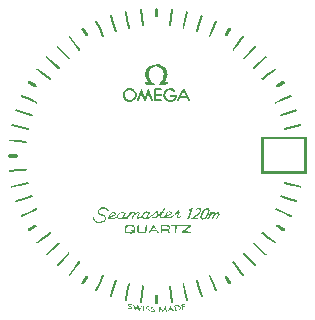
<source format=gbr>
%TF.GenerationSoftware,KiCad,Pcbnew,(5.1.9)-1*%
%TF.CreationDate,2022-12-31T23:17:31-05:00*%
%TF.ProjectId,seamaster-face,7365616d-6173-4746-9572-2d666163652e,rev?*%
%TF.SameCoordinates,Original*%
%TF.FileFunction,Legend,Top*%
%TF.FilePolarity,Positive*%
%FSLAX46Y46*%
G04 Gerber Fmt 4.6, Leading zero omitted, Abs format (unit mm)*
G04 Created by KiCad (PCBNEW (5.1.9)-1) date 2022-12-31 23:17:31*
%MOMM*%
%LPD*%
G01*
G04 APERTURE LIST*
%ADD10C,0.100000*%
G04 APERTURE END LIST*
D10*
%TO.C,SeaMasterFace*%
G36*
X150397900Y-70779480D02*
G01*
X150425900Y-70815140D01*
X150575200Y-71099660D01*
X150451700Y-71222360D01*
X150350100Y-71028560D01*
X150125400Y-71431500D01*
X150029800Y-71261280D01*
X150279600Y-70813150D01*
X150306700Y-70781280D01*
X150353300Y-70770540D01*
X150397900Y-70779480D01*
G37*
G36*
X150895000Y-71709090D02*
G01*
X150895000Y-71709080D01*
X150906400Y-71740770D01*
X150887400Y-71801770D01*
X150860000Y-71821390D01*
X150828200Y-71832630D01*
X150767200Y-71813600D01*
X150747600Y-71786360D01*
X150654600Y-71608980D01*
X150471900Y-71607210D01*
X150332700Y-71602910D01*
X150201400Y-71598780D01*
X150033100Y-71597000D01*
X149911700Y-71814890D01*
X149882400Y-71849820D01*
X149839100Y-71857500D01*
X149818300Y-71855780D01*
X149798600Y-71846850D01*
X149771800Y-71826540D01*
X149754300Y-71765120D01*
X149766500Y-71733640D01*
X150029800Y-71261280D01*
X150125400Y-71431500D01*
X150239200Y-71433570D01*
X150338100Y-71436440D01*
X150443300Y-71439620D01*
X150566800Y-71441610D01*
X150451700Y-71222360D01*
X150575200Y-71099660D01*
X150895000Y-71709090D01*
G37*
G36*
X149389900Y-70769710D02*
G01*
X149547800Y-70846670D01*
X149624900Y-70903450D01*
X149648300Y-70927800D01*
X149655700Y-70991180D01*
X149638600Y-71020270D01*
X149614200Y-71043740D01*
X149551100Y-71051320D01*
X149521700Y-71034170D01*
X149402900Y-70951680D01*
X149170600Y-70899810D01*
X149061600Y-70931070D01*
X148959600Y-70984530D01*
X148815900Y-71173310D01*
X148788200Y-71290200D01*
X148784900Y-71351890D01*
X148825300Y-71483830D01*
X148914400Y-71606010D01*
X149043900Y-71696180D01*
X149122300Y-71719570D01*
X149195600Y-71731230D01*
X149338400Y-71711420D01*
X149467400Y-71646110D01*
X149572600Y-71542270D01*
X149611600Y-71476900D01*
X149254800Y-71476900D01*
X149221500Y-71472230D01*
X149176400Y-71427000D01*
X149171700Y-71393660D01*
X149176400Y-71360320D01*
X149221500Y-71315090D01*
X149254800Y-71310420D01*
X149732900Y-71310420D01*
X149770800Y-71316470D01*
X149799000Y-71342920D01*
X149799000Y-71342940D01*
X149817200Y-71376610D01*
X149813400Y-71414980D01*
X149779500Y-71519030D01*
X149662600Y-71694230D01*
X149501100Y-71820990D01*
X149310500Y-71889340D01*
X149208900Y-71895450D01*
X149147500Y-71893280D01*
X149086100Y-71882090D01*
X148975400Y-71848980D01*
X148794700Y-71721400D01*
X148672300Y-71547450D01*
X148618200Y-71357440D01*
X148623500Y-71267100D01*
X148638700Y-71186960D01*
X148703100Y-71037090D01*
X148801900Y-70908200D01*
X148927800Y-70809730D01*
X148999500Y-70776700D01*
X149075000Y-70750740D01*
X149231100Y-70737450D01*
X149389900Y-70769710D01*
G37*
G36*
X148397800Y-70770560D02*
G01*
X148431100Y-70775980D01*
X148475200Y-70822020D01*
X148479100Y-70855420D01*
X148474800Y-70889160D01*
X148431300Y-70934320D01*
X148394200Y-70937030D01*
X148028800Y-70929810D01*
X148031600Y-71224300D01*
X148424200Y-71230800D01*
X148457400Y-71235990D01*
X148501700Y-71281960D01*
X148505800Y-71315480D01*
X148500800Y-71348360D01*
X148455800Y-71392710D01*
X148422800Y-71397270D01*
X148422700Y-71397290D01*
X148421300Y-71397290D01*
X148033100Y-71390860D01*
X148036000Y-71692690D01*
X148424200Y-71699910D01*
X148457500Y-71705210D01*
X148501900Y-71751260D01*
X148505800Y-71784770D01*
X148500700Y-71817630D01*
X148455600Y-71861840D01*
X148422700Y-71866380D01*
X148421300Y-71866380D01*
X147952200Y-71857530D01*
X147919500Y-71852400D01*
X147875300Y-71807780D01*
X147870600Y-71775010D01*
X147861600Y-70845670D01*
X147865700Y-70812440D01*
X147886100Y-70785900D01*
X147910000Y-70765680D01*
X147946100Y-70761710D01*
X148397800Y-70770560D01*
G37*
G36*
X147404000Y-70835180D02*
G01*
X147431100Y-70878880D01*
X147431100Y-70878860D01*
X147500100Y-71077930D01*
X147573400Y-71301370D01*
X147646000Y-71522650D01*
X147714300Y-71719730D01*
X147721100Y-71752750D01*
X147693600Y-71810440D01*
X147663700Y-71826080D01*
X147650000Y-71830150D01*
X147635900Y-71830960D01*
X147585700Y-71820310D01*
X147557500Y-71775710D01*
X147488500Y-71576640D01*
X147415200Y-71353200D01*
X147383300Y-71255430D01*
X147351300Y-71159820D01*
X147319900Y-71255160D01*
X147288500Y-71352840D01*
X147215700Y-71578730D01*
X147143700Y-71777700D01*
X147116100Y-71820220D01*
X147066400Y-71830970D01*
X147066000Y-71830970D01*
X147016700Y-71820590D01*
X146988800Y-71778430D01*
X146912000Y-71573860D01*
X146838900Y-71353570D01*
X146805900Y-71254090D01*
X146772500Y-71156040D01*
X146736900Y-71255800D01*
X146700900Y-71355560D01*
X146625300Y-71564570D01*
X146554700Y-71773560D01*
X146539700Y-71803940D01*
X146482400Y-71833130D01*
X146450000Y-71826830D01*
X146419700Y-71812040D01*
X146390700Y-71755100D01*
X146396500Y-71721920D01*
X146467800Y-71510570D01*
X146544200Y-71299050D01*
X146619900Y-71090050D01*
X146690500Y-70881050D01*
X146716700Y-70836350D01*
X146767000Y-70823630D01*
X146814400Y-70832210D01*
X146846900Y-70876170D01*
X146923600Y-71080750D01*
X146996700Y-71301030D01*
X147030700Y-71402780D01*
X147064600Y-71502900D01*
X147097500Y-71403590D01*
X147130300Y-71301760D01*
X147203100Y-71075880D01*
X147275100Y-70876900D01*
X147302900Y-70834190D01*
X147352800Y-70823630D01*
X147353900Y-70823630D01*
X147404000Y-70835180D01*
G37*
G36*
X145754800Y-70890150D02*
G01*
X145758500Y-70891200D01*
X145753400Y-70892610D01*
X145745600Y-70891430D01*
X145754800Y-70890150D01*
G37*
G36*
X145770400Y-70887980D02*
G01*
X146116400Y-70839710D01*
X146152900Y-70872630D01*
X145891800Y-70913350D01*
X145853900Y-70897850D01*
X145771800Y-70892250D01*
X145762600Y-70892340D01*
X145758500Y-70891200D01*
X145770400Y-70887980D01*
G37*
G36*
X145669200Y-70902090D02*
G01*
X145394200Y-70867030D01*
X145418300Y-70841520D01*
X145745600Y-70891430D01*
X145669200Y-70902090D01*
G37*
G36*
X145669200Y-70902090D02*
G01*
X145521700Y-70971060D01*
X145411000Y-71087520D01*
X145350500Y-71237600D01*
X145346000Y-71321440D01*
X145353200Y-71403800D01*
X145419700Y-71553300D01*
X145476700Y-71615570D01*
X145542800Y-71671430D01*
X145700200Y-71735620D01*
X145783000Y-71735280D01*
X145867600Y-71727180D01*
X146022300Y-71656420D01*
X146085200Y-71596980D01*
X146139200Y-71530510D01*
X146196500Y-71375450D01*
X146197900Y-71291830D01*
X146187900Y-71210450D01*
X146118300Y-71067070D01*
X146002200Y-70958560D01*
X145891800Y-70913350D01*
X146152900Y-70872630D01*
X146248700Y-70958880D01*
X146349500Y-71164730D01*
X146364000Y-71283160D01*
X146362000Y-71400520D01*
X146282400Y-71617460D01*
X146207300Y-71710000D01*
X146120000Y-71792310D01*
X145905100Y-71890420D01*
X145787300Y-71901750D01*
X145772500Y-71901930D01*
X145659500Y-71894420D01*
X145449800Y-71809580D01*
X145361900Y-71735820D01*
X145282100Y-71649040D01*
X145189600Y-71439880D01*
X145179900Y-71324320D01*
X145186000Y-71207440D01*
X145270000Y-70998180D01*
X145394200Y-70867030D01*
X145669200Y-70902090D01*
G37*
G36*
X145418300Y-70841520D02*
G01*
X145423800Y-70835770D01*
X145476700Y-70810970D01*
X145754800Y-70890150D01*
X145745600Y-70891430D01*
X145418300Y-70841520D01*
G37*
G36*
X146080300Y-70807180D02*
G01*
X146116400Y-70839710D01*
X145770400Y-70887980D01*
X146074800Y-70805170D01*
X146080300Y-70807180D01*
G37*
G36*
X145753400Y-70892610D02*
G01*
X145669200Y-70902090D01*
X145745600Y-70891430D01*
X145753400Y-70892610D01*
G37*
G36*
X145476700Y-70810970D02*
G01*
X145629000Y-70739650D01*
X145746100Y-70726490D01*
X145865200Y-70728420D01*
X146074800Y-70805170D01*
X145758500Y-70891200D01*
X145476700Y-70810970D01*
G37*
G36*
X145762600Y-70892340D02*
G01*
X145753400Y-70892610D01*
X145758500Y-70891200D01*
X145762600Y-70892340D01*
G37*
G36*
X150377100Y-82325400D02*
G01*
X150547400Y-82327200D01*
X150722100Y-82329100D01*
X150888500Y-82334200D01*
X150924600Y-82343300D01*
X150944000Y-82374800D01*
X150949400Y-82411600D01*
X150927500Y-82441500D01*
X150781500Y-82571700D01*
X150627600Y-82704900D01*
X150531000Y-82788700D01*
X150436400Y-82871700D01*
X150925600Y-82884200D01*
X150973200Y-82899200D01*
X150985800Y-82947500D01*
X150971100Y-82994400D01*
X150923800Y-83007600D01*
X150922800Y-83007600D01*
X150277300Y-82991100D01*
X150241000Y-82982500D01*
X150221000Y-82950900D01*
X150215500Y-82913900D01*
X150237600Y-82883700D01*
X150388000Y-82749200D01*
X150546800Y-82611600D01*
X150638700Y-82532000D01*
X150729000Y-82453100D01*
X150638000Y-82451700D01*
X150546000Y-82450700D01*
X150373900Y-82448900D01*
X150209800Y-82443900D01*
X150162400Y-82428100D01*
X150150600Y-82379800D01*
X150154400Y-82355000D01*
X150187700Y-82322200D01*
X150214700Y-82320600D01*
X150377100Y-82325400D01*
G37*
G36*
X150034400Y-82329200D02*
G01*
X150082200Y-82343300D01*
X150095700Y-82391200D01*
X150081700Y-82439000D01*
X150033700Y-82452500D01*
X149736100Y-82450800D01*
X149733100Y-82954800D01*
X149719100Y-83002600D01*
X149671100Y-83016100D01*
X149623300Y-83002100D01*
X149609800Y-82954100D01*
X149612700Y-82450100D01*
X149305800Y-82448300D01*
X149258000Y-82434200D01*
X149244500Y-82386300D01*
X149258500Y-82338500D01*
X149306500Y-82325000D01*
X150034400Y-82329200D01*
G37*
G36*
X148612800Y-82435800D02*
G01*
X148591000Y-82439600D01*
X148436700Y-82348500D01*
X148461000Y-82337100D01*
X148479500Y-82333500D01*
X148679700Y-82420800D01*
X148612800Y-82435800D01*
G37*
G36*
X149023600Y-82343800D02*
G01*
X149059200Y-82358300D01*
X148685300Y-82423200D01*
X148679700Y-82420800D01*
X149023600Y-82343800D01*
G37*
G36*
X148592300Y-82440300D02*
G01*
X148561700Y-82444600D01*
X148591000Y-82439600D01*
X148592300Y-82440300D01*
G37*
G36*
X148592300Y-82440300D02*
G01*
X148591000Y-82439600D01*
X148612800Y-82435800D01*
X148592300Y-82440300D01*
G37*
G36*
X148536500Y-82679300D02*
G01*
X148619200Y-82685600D01*
X148697000Y-82693500D01*
X148797300Y-82703500D01*
X148909100Y-82710400D01*
X148944300Y-82704700D01*
X148980200Y-82687600D01*
X149025100Y-82654400D01*
X149075200Y-82561500D01*
X149069700Y-82521900D01*
X149041500Y-82485300D01*
X148968100Y-82454600D01*
X148879700Y-82426500D01*
X148693900Y-82427000D01*
X148685300Y-82423200D01*
X149059200Y-82358300D01*
X149063200Y-82359900D01*
X149156200Y-82423500D01*
X149185000Y-82478100D01*
X149202200Y-82561600D01*
X149130900Y-82719800D01*
X149064500Y-82776500D01*
X149082400Y-82803700D01*
X149101000Y-82831400D01*
X149139400Y-82888100D01*
X149173700Y-82940500D01*
X149187600Y-82988300D01*
X149154600Y-83025700D01*
X149138400Y-83033900D01*
X149121100Y-83035300D01*
X149091000Y-83030100D01*
X149069300Y-83006800D01*
X149036300Y-82955800D01*
X148998900Y-82900700D01*
X148972200Y-82860900D01*
X148946900Y-82822800D01*
X148928800Y-82829000D01*
X148910100Y-82833700D01*
X148788400Y-82826600D01*
X148684500Y-82816200D01*
X148613100Y-82809100D01*
X148537200Y-82803100D01*
X148538100Y-82940800D01*
X148524700Y-82988800D01*
X148476700Y-83002900D01*
X148476000Y-83002900D01*
X148428600Y-82989200D01*
X148414700Y-82941800D01*
X148411400Y-82397900D01*
X148421600Y-82355600D01*
X148436700Y-82348500D01*
X148591000Y-82439600D01*
X148561700Y-82444600D01*
X148535100Y-82449000D01*
X148536500Y-82679300D01*
G37*
G36*
X148479500Y-82333500D02*
G01*
X148507200Y-82328100D01*
X148576500Y-82318000D01*
X148683900Y-82303800D01*
X148903600Y-82305000D01*
X149014600Y-82340100D01*
X149023600Y-82343800D01*
X148679700Y-82420800D01*
X148479500Y-82333500D01*
G37*
G36*
X148693900Y-82427000D02*
G01*
X148592300Y-82440300D01*
X148679700Y-82420800D01*
X148693900Y-82427000D01*
G37*
G36*
X147825800Y-82346500D02*
G01*
X147846500Y-82367800D01*
X148037700Y-82640800D01*
X147965400Y-82752600D01*
X147797800Y-82513200D01*
X147642100Y-82750700D01*
X147569600Y-82636200D01*
X147744500Y-82369300D01*
X147765200Y-82346900D01*
X147795000Y-82341500D01*
X147796400Y-82341500D01*
X147825800Y-82346500D01*
G37*
G36*
X147642100Y-82750700D02*
G01*
X147965400Y-82752600D01*
X148037700Y-82640800D01*
X148215200Y-82894400D01*
X148231300Y-82941600D01*
X148200200Y-82980300D01*
X148152600Y-82996500D01*
X148114200Y-82965200D01*
X148052100Y-82876400D01*
X147561500Y-82873600D01*
X147500900Y-82965900D01*
X147479300Y-82989000D01*
X147449100Y-82993700D01*
X147431700Y-82992000D01*
X147415700Y-82983700D01*
X147383200Y-82945900D01*
X147398000Y-82898100D01*
X147569600Y-82636200D01*
X147642100Y-82750700D01*
G37*
G36*
X146546400Y-82355600D02*
G01*
X146557500Y-82404200D01*
X146553900Y-82449300D01*
X146547600Y-82500100D01*
X146529900Y-82645800D01*
X146549300Y-82799000D01*
X146564200Y-82844500D01*
X146591200Y-82876400D01*
X146618500Y-82894500D01*
X146773700Y-82904700D01*
X146833100Y-82906600D01*
X146884900Y-82909600D01*
X147004100Y-82915800D01*
X147060400Y-82894800D01*
X147088700Y-82858100D01*
X147106400Y-82692600D01*
X147107000Y-82582800D01*
X147107500Y-82496500D01*
X147110100Y-82402200D01*
X147124500Y-82355100D01*
X147174200Y-82343000D01*
X147221400Y-82358600D01*
X147233400Y-82406900D01*
X147230800Y-82499200D01*
X147230600Y-82583500D01*
X147229800Y-82725400D01*
X147192800Y-82933400D01*
X147132800Y-82994800D01*
X147059400Y-83033000D01*
X146968200Y-83036500D01*
X146925500Y-83035500D01*
X146877700Y-83032900D01*
X146828200Y-83030000D01*
X146770900Y-83028000D01*
X146665300Y-83023800D01*
X146541100Y-82994200D01*
X146504600Y-82964600D01*
X146455700Y-82906800D01*
X146429900Y-82829600D01*
X146405500Y-82645300D01*
X146425000Y-82485100D01*
X146430800Y-82438400D01*
X146434200Y-82397300D01*
X146450500Y-82350400D01*
X146499300Y-82339100D01*
X146546400Y-82355600D01*
G37*
G36*
X145900200Y-82320800D02*
G01*
X146099600Y-82357500D01*
X146108100Y-82361700D01*
X145824200Y-82446400D01*
X145595200Y-82440100D01*
X145501500Y-82467100D01*
X145414900Y-82382000D01*
X145421800Y-82372600D01*
X145422100Y-82372600D01*
X145475600Y-82341800D01*
X145668500Y-82313700D01*
X145900200Y-82320800D01*
G37*
G36*
X146159000Y-82386200D02*
G01*
X146176000Y-82397200D01*
X146228600Y-82492500D01*
X146247600Y-82607400D01*
X146258800Y-82761200D01*
X146230600Y-82929600D01*
X146230700Y-82929700D01*
X146241500Y-82939000D01*
X146268900Y-82980600D01*
X146248300Y-83026000D01*
X146227200Y-83044000D01*
X146200900Y-83047600D01*
X146179800Y-83045100D01*
X146161100Y-83032900D01*
X146149900Y-83023400D01*
X146028600Y-83050700D01*
X145853300Y-83054900D01*
X145721100Y-83051300D01*
X145498100Y-83019700D01*
X145443300Y-82993700D01*
X145393200Y-82939700D01*
X145350800Y-82771400D01*
X145346900Y-82698300D01*
X145345500Y-82635700D01*
X145373200Y-82438300D01*
X145414900Y-82382000D01*
X145501500Y-82467100D01*
X145471000Y-82551800D01*
X145474700Y-82754300D01*
X145496900Y-82869900D01*
X145515900Y-82893900D01*
X145588200Y-82915300D01*
X145898400Y-82931400D01*
X146033100Y-82923600D01*
X145928600Y-82834300D01*
X145901300Y-82792500D01*
X145921900Y-82747100D01*
X145963900Y-82720000D01*
X146009100Y-82740400D01*
X146128300Y-82842200D01*
X146134100Y-82746800D01*
X146114400Y-82537100D01*
X146090200Y-82488500D01*
X145977700Y-82450600D01*
X145824200Y-82446400D01*
X146108100Y-82361700D01*
X146159000Y-82386200D01*
G37*
G36*
X149939700Y-81040000D02*
G01*
X149973600Y-81068700D01*
X149965900Y-81077800D01*
X149821000Y-81112800D01*
X149837900Y-81092100D01*
X149883400Y-81038000D01*
X149934100Y-81035300D01*
X149939700Y-81040000D01*
G37*
G36*
X148139000Y-81227400D02*
G01*
X147941700Y-81218500D01*
X147946600Y-81214400D01*
X148140800Y-81193700D01*
X148139000Y-81227400D01*
G37*
G36*
X148642300Y-81145300D02*
G01*
X148627400Y-81171700D01*
X148613600Y-81195500D01*
X148657200Y-81198000D01*
X148697700Y-81202000D01*
X148692200Y-81252400D01*
X148337000Y-81236300D01*
X148332700Y-81204100D01*
X148415500Y-81195500D01*
X148511200Y-81193300D01*
X148535500Y-81153800D01*
X148536800Y-81151400D01*
X148645400Y-81139800D01*
X148642300Y-81145300D01*
G37*
G36*
X149174300Y-81163500D02*
G01*
X149260200Y-81192500D01*
X149307300Y-81236100D01*
X149307700Y-81236600D01*
X149194400Y-81264000D01*
X149157900Y-81250900D01*
X149145600Y-81248900D01*
X149133700Y-81248600D01*
X149048500Y-81268400D01*
X148911300Y-81262200D01*
X148936300Y-81242900D01*
X148973400Y-81214200D01*
X149095400Y-81159200D01*
X149174300Y-81163500D01*
G37*
G36*
X149947900Y-81099100D02*
G01*
X149924200Y-81127500D01*
X149944400Y-81137200D01*
X149963100Y-81153600D01*
X149996800Y-81211000D01*
X149996800Y-81248300D01*
X149981500Y-81328700D01*
X149923800Y-81430000D01*
X149912200Y-81450600D01*
X149879200Y-81507800D01*
X149860000Y-81539400D01*
X149849100Y-81557500D01*
X149844600Y-81566400D01*
X149844300Y-81568800D01*
X149844200Y-81572100D01*
X149843300Y-81581300D01*
X149841100Y-81589500D01*
X149835700Y-81612700D01*
X149846400Y-81635500D01*
X149854200Y-81644700D01*
X149867500Y-81646900D01*
X149899500Y-81648000D01*
X149945600Y-81619100D01*
X150015000Y-81561800D01*
X150083200Y-81502600D01*
X150141800Y-81569200D01*
X150072400Y-81629500D01*
X150001700Y-81687900D01*
X149930500Y-81732600D01*
X149876100Y-81735800D01*
X149870200Y-81735800D01*
X149864400Y-81735600D01*
X149812500Y-81726500D01*
X149775100Y-81688500D01*
X149743500Y-81611700D01*
X149755200Y-81567000D01*
X149755600Y-81565300D01*
X149760400Y-81532300D01*
X149784100Y-81493400D01*
X149802800Y-81462500D01*
X149834800Y-81406800D01*
X149840700Y-81396400D01*
X149846600Y-81386100D01*
X149894400Y-81302100D01*
X149908000Y-81248300D01*
X149908000Y-81232400D01*
X149899300Y-81215400D01*
X149879700Y-81205300D01*
X149858500Y-81206800D01*
X149856500Y-81209200D01*
X149854600Y-81211500D01*
X149841200Y-81227700D01*
X149827900Y-81244000D01*
X149737600Y-81347700D01*
X149681400Y-81400600D01*
X149659100Y-81421500D01*
X149635600Y-81445000D01*
X149568600Y-81513700D01*
X149475200Y-81587600D01*
X149422000Y-81624300D01*
X149320200Y-81679100D01*
X149233400Y-81721800D01*
X149166400Y-81740900D01*
X149050600Y-81755600D01*
X148903100Y-81708100D01*
X148862900Y-81669000D01*
X148846900Y-81649900D01*
X148834500Y-81630100D01*
X148789400Y-81647200D01*
X148766200Y-81656300D01*
X148655600Y-81701500D01*
X148604500Y-81724600D01*
X148590200Y-81731600D01*
X148577200Y-81738100D01*
X148518600Y-81767400D01*
X148463100Y-81776000D01*
X148446500Y-81775300D01*
X148429000Y-81771400D01*
X148383300Y-81752600D01*
X148360300Y-81729400D01*
X148324500Y-81658300D01*
X148331200Y-81578900D01*
X148336200Y-81533100D01*
X148360500Y-81450200D01*
X148362300Y-81445200D01*
X148364500Y-81439800D01*
X148343900Y-81451300D01*
X148319800Y-81464500D01*
X148223400Y-81516800D01*
X148131200Y-81584500D01*
X148097600Y-81635000D01*
X148059900Y-81673300D01*
X148000000Y-81734100D01*
X147911400Y-81771600D01*
X147879800Y-81778100D01*
X147846300Y-81779400D01*
X147796200Y-81776700D01*
X147742700Y-81763200D01*
X147661200Y-81723600D01*
X147626800Y-81684600D01*
X147659800Y-81654800D01*
X147692700Y-81625000D01*
X147717700Y-81653400D01*
X147767400Y-81677900D01*
X147834300Y-81693000D01*
X147890100Y-81685400D01*
X147947100Y-81661300D01*
X147996500Y-81611100D01*
X148038400Y-81568600D01*
X148064200Y-81517200D01*
X148073400Y-81474700D01*
X148066900Y-81425400D01*
X148063400Y-81398400D01*
X148060500Y-81366100D01*
X148059200Y-81351400D01*
X148057300Y-81333400D01*
X148053100Y-81292400D01*
X148050400Y-81242900D01*
X147661800Y-81569800D01*
X147356500Y-81791700D01*
X147336700Y-81802400D01*
X147299200Y-81808400D01*
X147283700Y-81807500D01*
X147267400Y-81802100D01*
X147227000Y-81773000D01*
X147212300Y-81730700D01*
X147090700Y-81795900D01*
X146978600Y-81808700D01*
X146890500Y-81763700D01*
X146829100Y-81683000D01*
X146825300Y-81671500D01*
X146822300Y-81658800D01*
X146821100Y-81653700D01*
X146819600Y-81647300D01*
X146762900Y-81690900D01*
X146702000Y-81726500D01*
X146679300Y-81738300D01*
X146666100Y-81743600D01*
X146652000Y-81749400D01*
X146618400Y-81765500D01*
X146599800Y-81774800D01*
X146584600Y-81782600D01*
X146540000Y-81805500D01*
X146502900Y-81811400D01*
X146491900Y-81810900D01*
X146480200Y-81808500D01*
X146437000Y-81793200D01*
X146408100Y-81762000D01*
X146374700Y-81705200D01*
X146377000Y-81656500D01*
X146382500Y-81619600D01*
X146420500Y-81531800D01*
X146457900Y-81455500D01*
X146484600Y-81415100D01*
X146515200Y-81375700D01*
X146525000Y-81347500D01*
X146528600Y-81335400D01*
X146522400Y-81312200D01*
X146512000Y-81303800D01*
X146501600Y-81301300D01*
X146490800Y-81300400D01*
X146475100Y-81308300D01*
X146468400Y-81311800D01*
X146462200Y-81314600D01*
X146435000Y-81328000D01*
X146411800Y-81343600D01*
X146403200Y-81349500D01*
X146394400Y-81355100D01*
X146374200Y-81367700D01*
X146360200Y-81375500D01*
X146335700Y-81389400D01*
X146270400Y-81437600D01*
X146256600Y-81447800D01*
X146239100Y-81460200D01*
X146198800Y-81488900D01*
X146154600Y-81524100D01*
X146116100Y-81574900D01*
X146053700Y-81692100D01*
X146051600Y-81696700D01*
X146049600Y-81701300D01*
X146030800Y-81742800D01*
X146021800Y-81791900D01*
X145977400Y-81791200D01*
X145933000Y-81790400D01*
X145944700Y-81717800D01*
X145968700Y-81664700D01*
X145970600Y-81660600D01*
X145972400Y-81656400D01*
X146051700Y-81510500D01*
X146088100Y-81465100D01*
X146093900Y-81457900D01*
X146099800Y-81450700D01*
X146117700Y-81429200D01*
X146129200Y-81407100D01*
X146141600Y-81378800D01*
X146140000Y-81329700D01*
X146130200Y-81299300D01*
X146123200Y-81291400D01*
X146111300Y-81295200D01*
X146080100Y-81309800D01*
X146040400Y-81330700D01*
X146009700Y-81349700D01*
X146002100Y-81354300D01*
X145994500Y-81359000D01*
X145956300Y-81381300D01*
X145933600Y-81392800D01*
X145919200Y-81400100D01*
X145901800Y-81410100D01*
X145847800Y-81446900D01*
X145783400Y-81509500D01*
X145688400Y-81602600D01*
X145627700Y-81699800D01*
X145601900Y-81751500D01*
X145592700Y-81785700D01*
X145503900Y-81785700D01*
X145508400Y-81748100D01*
X145526000Y-81706300D01*
X145519200Y-81710700D01*
X145512100Y-81715300D01*
X145457100Y-81750400D01*
X145437300Y-81759800D01*
X145419400Y-81768100D01*
X145350200Y-81808700D01*
X145302200Y-81837600D01*
X145253200Y-81847600D01*
X145234000Y-81846000D01*
X145215200Y-81836700D01*
X145187400Y-81809900D01*
X145175300Y-81770500D01*
X145172100Y-81758700D01*
X145169500Y-81746900D01*
X145152800Y-81759500D01*
X145127900Y-81774900D01*
X145065400Y-81809600D01*
X145033300Y-81819000D01*
X145025700Y-81821100D01*
X145016300Y-81824100D01*
X144978000Y-81834200D01*
X144944000Y-81835600D01*
X144895300Y-81831900D01*
X144869600Y-81824700D01*
X144825100Y-81812400D01*
X144776800Y-81773900D01*
X144757100Y-81747600D01*
X144744600Y-81714800D01*
X144677400Y-81742600D01*
X144610100Y-81768700D01*
X144469100Y-81819400D01*
X144371800Y-81837300D01*
X144336330Y-81841600D01*
X144306620Y-81842400D01*
X144268330Y-81840700D01*
X144233860Y-81832000D01*
X144161530Y-81800100D01*
X144126980Y-81770200D01*
X144106730Y-81752600D01*
X144081610Y-81726000D01*
X143997640Y-81759500D01*
X143913680Y-81793000D01*
X143897260Y-81751700D01*
X143880800Y-81710500D01*
X143958120Y-81679600D01*
X144035460Y-81648800D01*
X144028670Y-81627400D01*
X144025060Y-81603600D01*
X144027620Y-81529200D01*
X144052860Y-81469900D01*
X144107140Y-81374900D01*
X144150080Y-81334200D01*
X144193630Y-81292800D01*
X144253820Y-81261800D01*
X144344010Y-81319200D01*
X144309810Y-81332200D01*
X144246540Y-81365000D01*
X144211220Y-81398600D01*
X144176260Y-81431700D01*
X144134590Y-81504600D01*
X144115050Y-81550600D01*
X144113320Y-81593800D01*
X144115010Y-81605200D01*
X144118080Y-81615900D01*
X144118070Y-81615800D01*
X144162000Y-81598400D01*
X144205920Y-81580900D01*
X144332770Y-81517700D01*
X144459600Y-81454500D01*
X144476100Y-81448400D01*
X144495800Y-81426800D01*
X144504500Y-81379600D01*
X144494800Y-81360800D01*
X144466600Y-81330200D01*
X144449600Y-81324900D01*
X144572500Y-81318400D01*
X144573100Y-81319000D01*
X144595900Y-81364000D01*
X144572100Y-81472200D01*
X144530200Y-81521100D01*
X144490600Y-81537700D01*
X144365600Y-81600200D01*
X144240500Y-81662600D01*
X144205680Y-81676500D01*
X144170870Y-81690400D01*
X144178380Y-81697200D01*
X144185170Y-81703100D01*
X144211190Y-81725600D01*
X144259630Y-81747000D01*
X144294370Y-81755200D01*
X144359700Y-81749300D01*
X144447100Y-81733100D01*
X144578600Y-81685700D01*
X144648900Y-81658400D01*
X144718900Y-81629400D01*
X144715600Y-81610800D01*
X144714300Y-81590500D01*
X144721200Y-81516200D01*
X144738400Y-81474200D01*
X144785000Y-81389800D01*
X144837100Y-81338500D01*
X144873700Y-81302500D01*
X145025100Y-81294500D01*
X145089800Y-81310500D01*
X145051700Y-81312800D01*
X144990500Y-81333200D01*
X144939200Y-81362600D01*
X144899500Y-81401700D01*
X144855300Y-81445200D01*
X144820600Y-81507900D01*
X144807700Y-81539300D01*
X144803100Y-81588100D01*
X144806900Y-81622400D01*
X144821600Y-81665800D01*
X144833800Y-81701500D01*
X144842600Y-81714400D01*
X144864400Y-81731200D01*
X144893400Y-81739200D01*
X144927100Y-81748500D01*
X144988400Y-81739900D01*
X145000000Y-81736200D01*
X145009400Y-81733600D01*
X145030800Y-81727500D01*
X145082900Y-81698400D01*
X145118700Y-81675100D01*
X145134200Y-81658800D01*
X145143400Y-81649200D01*
X145154700Y-81638900D01*
X145186900Y-81602900D01*
X145201300Y-81570400D01*
X145237700Y-81490800D01*
X145290800Y-81380400D01*
X145251600Y-81347000D01*
X145192900Y-81321700D01*
X145148100Y-81310800D01*
X145113600Y-81309800D01*
X145100000Y-81310000D01*
X145099800Y-81309900D01*
X145329200Y-81296300D01*
X145330800Y-81297500D01*
X145331400Y-81296200D01*
X145426400Y-81290600D01*
X145431500Y-81293100D01*
X145423700Y-81309300D01*
X145415900Y-81325500D01*
X145334100Y-81494700D01*
X145282900Y-81605500D01*
X145267500Y-81639800D01*
X145233600Y-81685300D01*
X145241200Y-81684700D01*
X145248800Y-81684200D01*
X145252300Y-81714600D01*
X145260200Y-81744300D01*
X145261800Y-81749600D01*
X145263600Y-81755300D01*
X145283200Y-81745300D01*
X145302300Y-81733900D01*
X145379000Y-81688900D01*
X145400000Y-81679200D01*
X145413200Y-81673100D01*
X145463700Y-81640900D01*
X145542500Y-81589400D01*
X145602300Y-81544800D01*
X145664000Y-81496600D01*
X145691300Y-81463900D01*
X145705800Y-81440200D01*
X145719400Y-81406600D01*
X145728600Y-81383800D01*
X145741900Y-81352500D01*
X145756400Y-81322100D01*
X145773500Y-81291700D01*
X145786100Y-81269300D01*
X145885000Y-81263400D01*
X145881500Y-81280800D01*
X145850900Y-81335300D01*
X145850000Y-81336800D01*
X145849200Y-81338300D01*
X145852600Y-81336100D01*
X145856100Y-81334000D01*
X145876600Y-81322100D01*
X145893600Y-81313500D01*
X145914400Y-81303100D01*
X145948500Y-81283100D01*
X145955800Y-81278600D01*
X145963100Y-81274100D01*
X145990500Y-81257200D01*
X146202800Y-81244600D01*
X146226200Y-81308600D01*
X146230900Y-81333200D01*
X146231200Y-81356000D01*
X146290000Y-81313200D01*
X146316700Y-81298200D01*
X146329000Y-81291200D01*
X146346800Y-81280200D01*
X146354600Y-81275200D01*
X146362300Y-81270000D01*
X146389900Y-81251400D01*
X146427300Y-81233000D01*
X146430500Y-81231400D01*
X146431200Y-81231100D01*
X146535400Y-81224900D01*
X146556800Y-81226900D01*
X146592800Y-81258000D01*
X146621100Y-81330200D01*
X146610000Y-81373100D01*
X146591300Y-81422600D01*
X146554100Y-81470500D01*
X146540000Y-81491100D01*
X146501100Y-81569300D01*
X146467800Y-81645800D01*
X146465200Y-81667400D01*
X146463200Y-81683900D01*
X146479500Y-81709300D01*
X146484600Y-81716200D01*
X146501900Y-81722400D01*
X146516900Y-81717600D01*
X146544000Y-81703700D01*
X146559700Y-81695600D01*
X146579000Y-81685900D01*
X146616600Y-81667900D01*
X146632700Y-81661400D01*
X146642800Y-81657300D01*
X146659700Y-81648500D01*
X146715500Y-81615700D01*
X146767200Y-81575500D01*
X146794500Y-81552700D01*
X146806000Y-81539700D01*
X146819000Y-81520500D01*
X146827300Y-81497800D01*
X146834500Y-81478200D01*
X146846200Y-81451700D01*
X146871800Y-81403700D01*
X146904000Y-81358600D01*
X146942400Y-81304800D01*
X146981600Y-81266100D01*
X147126900Y-81279500D01*
X147070100Y-81308000D01*
X147041600Y-81331300D01*
X147010600Y-81362000D01*
X146976400Y-81410100D01*
X146947000Y-81451300D01*
X146926500Y-81489700D01*
X146917100Y-81511000D01*
X146910700Y-81528300D01*
X146902600Y-81550300D01*
X146890500Y-81573500D01*
X146893700Y-81583500D01*
X146897700Y-81596800D01*
X146905300Y-81623800D01*
X146908800Y-81638800D01*
X146910400Y-81646000D01*
X146912500Y-81652300D01*
X146949900Y-81693200D01*
X146998300Y-81722200D01*
X147084500Y-81700900D01*
X147174200Y-81648600D01*
X147193400Y-81627000D01*
X147221900Y-81583800D01*
X147263500Y-81516300D01*
X147290400Y-81464500D01*
X147308300Y-81428800D01*
X147315000Y-81413500D01*
X147321400Y-81399100D01*
X147332200Y-81381500D01*
X147339000Y-81371200D01*
X147345100Y-81362400D01*
X147356300Y-81346100D01*
X147357700Y-81340400D01*
X147353900Y-81327700D01*
X147346900Y-81319400D01*
X147338200Y-81311000D01*
X147295300Y-81294500D01*
X147289100Y-81292100D01*
X147282900Y-81289800D01*
X147272800Y-81286300D01*
X147482500Y-81263900D01*
X147505300Y-81275700D01*
X147418600Y-81443900D01*
X147332000Y-81612200D01*
X147329400Y-81614700D01*
X147326800Y-81617200D01*
X147305300Y-81640100D01*
X147294800Y-81686100D01*
X147297000Y-81706000D01*
X147302100Y-81719100D01*
X147306400Y-81717700D01*
X147314300Y-81713600D01*
X147647300Y-81467100D01*
X147941700Y-81218500D01*
X148139000Y-81227400D01*
X148137800Y-81250000D01*
X148145600Y-81324100D01*
X148147700Y-81343800D01*
X148149100Y-81359900D01*
X148151700Y-81389300D01*
X148155000Y-81413900D01*
X148157600Y-81434400D01*
X148159400Y-81454400D01*
X148221500Y-81416900D01*
X148277500Y-81386400D01*
X148305000Y-81371500D01*
X148327500Y-81358800D01*
X148340900Y-81350900D01*
X148354300Y-81343100D01*
X148396100Y-81318700D01*
X148416000Y-81304000D01*
X148428000Y-81294300D01*
X148439100Y-81284200D01*
X148388600Y-81287200D01*
X148344400Y-81292100D01*
X148338600Y-81248100D01*
X148337000Y-81236300D01*
X148692200Y-81252400D01*
X148688000Y-81290200D01*
X148626500Y-81284600D01*
X148558300Y-81282500D01*
X148535700Y-81312000D01*
X148511200Y-81337900D01*
X148474900Y-81406500D01*
X148444200Y-81479900D01*
X148423800Y-81549100D01*
X148419700Y-81586300D01*
X148415500Y-81645200D01*
X148427400Y-81671200D01*
X148435300Y-81679000D01*
X148452300Y-81685700D01*
X148479800Y-81687100D01*
X148537600Y-81658700D01*
X148551000Y-81652000D01*
X148565800Y-81644700D01*
X148619900Y-81620200D01*
X148732800Y-81574100D01*
X148757000Y-81564500D01*
X148803900Y-81546800D01*
X148798300Y-81502500D01*
X148799700Y-81473600D01*
X148817800Y-81381400D01*
X148904800Y-81267300D01*
X148911300Y-81262200D01*
X149048500Y-81268400D01*
X148990600Y-81313100D01*
X148958100Y-81339400D01*
X148899000Y-81421500D01*
X148888200Y-81480200D01*
X148887500Y-81493100D01*
X148889000Y-81514900D01*
X148919600Y-81503200D01*
X148950100Y-81491300D01*
X149019500Y-81464300D01*
X149090700Y-81438700D01*
X149154400Y-81416700D01*
X149245000Y-81365700D01*
X149276600Y-81342200D01*
X149277700Y-81337700D01*
X149277800Y-81336500D01*
X149277900Y-81335500D01*
X149273500Y-81330600D01*
X149268000Y-81324800D01*
X149256300Y-81312400D01*
X149240200Y-81294400D01*
X149216800Y-81272000D01*
X149194400Y-81264000D01*
X149307700Y-81236600D01*
X149321800Y-81252500D01*
X149332400Y-81263700D01*
X149362100Y-81295000D01*
X149366100Y-81345800D01*
X149344300Y-81404700D01*
X149294000Y-81439700D01*
X149189500Y-81498600D01*
X149122100Y-81521800D01*
X149050500Y-81547500D01*
X148982400Y-81574000D01*
X148951100Y-81586200D01*
X148919700Y-81598300D01*
X148924100Y-81604100D01*
X148929000Y-81609700D01*
X148966200Y-81642900D01*
X149074900Y-81665400D01*
X149146000Y-81654500D01*
X149200700Y-81639000D01*
X149281100Y-81599500D01*
X149375000Y-81548900D01*
X149423700Y-81515300D01*
X149508300Y-81448500D01*
X149572100Y-81383100D01*
X149597000Y-81358100D01*
X149620600Y-81336000D01*
X149674700Y-81285100D01*
X149759500Y-81187400D01*
X149772800Y-81171300D01*
X149786100Y-81155200D01*
X149821000Y-81112800D01*
X149965900Y-81077800D01*
X149947900Y-81099100D01*
G37*
G36*
X149934100Y-81035300D02*
G01*
X149883400Y-81038000D01*
X149893400Y-81026000D01*
X149921200Y-81024400D01*
X149934100Y-81035300D01*
G37*
G36*
X145025100Y-81294500D02*
G01*
X144873700Y-81302500D01*
X144884200Y-81292200D01*
X144923800Y-81269400D01*
X145025100Y-81294500D01*
G37*
G36*
X144460200Y-81235200D02*
G01*
X144513300Y-81251800D01*
X144572500Y-81318400D01*
X144449600Y-81324900D01*
X144433800Y-81319900D01*
X144412400Y-81314600D01*
X144392000Y-81313700D01*
X144344010Y-81319200D01*
X144253820Y-81261800D01*
X144278130Y-81249300D01*
X144345950Y-81223500D01*
X144460200Y-81235200D01*
G37*
G36*
X145091600Y-81310400D02*
G01*
X145089800Y-81310500D01*
X144923800Y-81269400D01*
X144950700Y-81254000D01*
X145099300Y-81309700D01*
X145091600Y-81310400D01*
G37*
G36*
X145320200Y-81289700D02*
G01*
X145329200Y-81296300D01*
X145099800Y-81309900D01*
X145099300Y-81309700D01*
X145320200Y-81289700D01*
G37*
G36*
X149921200Y-81024400D02*
G01*
X149893400Y-81026000D01*
X149905800Y-81011300D01*
X149921200Y-81024400D01*
G37*
G36*
X146535400Y-81224900D02*
G01*
X146431200Y-81231100D01*
X146434000Y-81229600D01*
X146456800Y-81217700D01*
X146535400Y-81224900D01*
G37*
G36*
X146198900Y-81233900D02*
G01*
X146202800Y-81244600D01*
X145990500Y-81257200D01*
X145996400Y-81253600D01*
X146040600Y-81230200D01*
X146056900Y-81223000D01*
X146162200Y-81213400D01*
X146198900Y-81233900D01*
G37*
G36*
X145885000Y-81263400D02*
G01*
X145786100Y-81269300D01*
X145792500Y-81258000D01*
X145797000Y-81246500D01*
X145890200Y-81238100D01*
X145885000Y-81263400D01*
G37*
G36*
X145426400Y-81290600D02*
G01*
X145331400Y-81296200D01*
X145333300Y-81292200D01*
X145335200Y-81288300D01*
X145408100Y-81281700D01*
X145426400Y-81290600D01*
G37*
G36*
X145090000Y-81310600D02*
G01*
X145051700Y-81312800D01*
X145089800Y-81310500D01*
X145090000Y-81310600D01*
G37*
G36*
X145090000Y-81310600D02*
G01*
X145089800Y-81310500D01*
X145091600Y-81310400D01*
X145090000Y-81310600D01*
G37*
G36*
X148736200Y-80983900D02*
G01*
X148687100Y-81067700D01*
X148663800Y-81107500D01*
X148645400Y-81139800D01*
X148536800Y-81151400D01*
X148564800Y-81101900D01*
X148586700Y-81063400D01*
X148610500Y-81022800D01*
X148629800Y-80989800D01*
X148738300Y-80980000D01*
X148736200Y-80983900D01*
G37*
G36*
X148140200Y-81109400D02*
G01*
X148168400Y-81143700D01*
X148159000Y-81151500D01*
X148149600Y-81159300D01*
X148146100Y-81162200D01*
X148142300Y-81165400D01*
X148140800Y-81193700D01*
X147946600Y-81214400D01*
X148030800Y-81143300D01*
X148046900Y-81129700D01*
X148060800Y-81118000D01*
X148061000Y-81117000D01*
X148061200Y-81116000D01*
X148061900Y-81116200D01*
X148062700Y-81116400D01*
X148080000Y-81101700D01*
X148092700Y-81091200D01*
X148102400Y-81083200D01*
X148112000Y-81075100D01*
X148140200Y-81109400D01*
G37*
G36*
X146522900Y-81215100D02*
G01*
X146551200Y-81222000D01*
X146556800Y-81226900D01*
X146456800Y-81217700D01*
X146465900Y-81212900D01*
X146522900Y-81215100D01*
G37*
G36*
X147201300Y-81178500D02*
G01*
X147203000Y-81178600D01*
X147204700Y-81178600D01*
X147235900Y-81180000D01*
X147314400Y-81206800D01*
X147320600Y-81209100D01*
X147326700Y-81211400D01*
X147381000Y-81232000D01*
X147413200Y-81260500D01*
X147419800Y-81247800D01*
X147426400Y-81235000D01*
X147482500Y-81263900D01*
X147272800Y-81286300D01*
X147218100Y-81267600D01*
X147203600Y-81267400D01*
X147198700Y-81267300D01*
X147193900Y-81267000D01*
X147163400Y-81265600D01*
X147126900Y-81279500D01*
X146981600Y-81266100D01*
X146983300Y-81264400D01*
X147023600Y-81231700D01*
X147093500Y-81197200D01*
X147146500Y-81177600D01*
X147201300Y-81178500D01*
G37*
G36*
X144950700Y-81254000D02*
G01*
X144953900Y-81252200D01*
X145036300Y-81224700D01*
X145084800Y-81221900D01*
X145133100Y-81219100D01*
X145220000Y-81237200D01*
X145283900Y-81263100D01*
X145320200Y-81289700D01*
X145099300Y-81309700D01*
X144950700Y-81254000D01*
G37*
G36*
X148744800Y-80872800D02*
G01*
X148784400Y-80892700D01*
X148738300Y-80980000D01*
X148629800Y-80989800D01*
X148658600Y-80940800D01*
X148705100Y-80852900D01*
X148744800Y-80872800D01*
G37*
G36*
X146146700Y-81204800D02*
G01*
X146162200Y-81213400D01*
X146056900Y-81223000D01*
X146107800Y-81200300D01*
X146146700Y-81204800D01*
G37*
G36*
X145846400Y-81234400D02*
G01*
X145890800Y-81235000D01*
X145890200Y-81238100D01*
X145797000Y-81246500D01*
X145802100Y-81233700D01*
X145846400Y-81234400D01*
G37*
G36*
X145408100Y-81281700D02*
G01*
X145335200Y-81288300D01*
X145335900Y-81286800D01*
X145343800Y-81270700D01*
X145351600Y-81254400D01*
X145408100Y-81281700D01*
G37*
G36*
X145100000Y-81310000D02*
G01*
X145090000Y-81310600D01*
X145099300Y-81309700D01*
X145100000Y-81310000D01*
G37*
G36*
X150488200Y-89024600D02*
G01*
X150491900Y-89047800D01*
X150366800Y-89074100D01*
X150241400Y-89098600D01*
X150251200Y-89165500D01*
X150261000Y-89232500D01*
X150380500Y-89209300D01*
X150499700Y-89184300D01*
X150503400Y-89206900D01*
X150507100Y-89229500D01*
X150387400Y-89254500D01*
X150267400Y-89277800D01*
X150278600Y-89354400D01*
X150289900Y-89430900D01*
X150424900Y-89404600D01*
X150559600Y-89376100D01*
X150563400Y-89398900D01*
X150567300Y-89421600D01*
X150391900Y-89458600D01*
X150215800Y-89491900D01*
X150185600Y-89279500D01*
X150156000Y-89066900D01*
X150320500Y-89035800D01*
X150484400Y-89001400D01*
X150488200Y-89024600D01*
G37*
G36*
X149949500Y-89142800D02*
G01*
X149730300Y-89178100D01*
X149728300Y-89178300D01*
X149636100Y-89148300D01*
X149719700Y-89134800D01*
X149874900Y-89121100D01*
X149949500Y-89142800D01*
G37*
G36*
X149974500Y-89150000D02*
G01*
X150016100Y-89171500D01*
X150070600Y-89239500D01*
X150081100Y-89287900D01*
X150083800Y-89339200D01*
X150049600Y-89430400D01*
X150013100Y-89468600D01*
X149968000Y-89504200D01*
X149831100Y-89556900D01*
X149742600Y-89572400D01*
X149660000Y-89582900D01*
X149594100Y-89587400D01*
X149572800Y-89377200D01*
X149552300Y-89166900D01*
X149628500Y-89149600D01*
X149636100Y-89148300D01*
X149728300Y-89178300D01*
X149671600Y-89187600D01*
X149635800Y-89197100D01*
X149653300Y-89365700D01*
X149671100Y-89534200D01*
X149706800Y-89532300D01*
X149753700Y-89526000D01*
X149873000Y-89500200D01*
X149974400Y-89419000D01*
X150000200Y-89346300D01*
X149997600Y-89304300D01*
X149978700Y-89235000D01*
X149844100Y-89169200D01*
X149730300Y-89178100D01*
X149949500Y-89142800D01*
X149974500Y-89150000D01*
G37*
G36*
X149289600Y-89259300D02*
G01*
X149219500Y-89280600D01*
X149204800Y-89249100D01*
X149203100Y-89249300D01*
X149141900Y-89235100D01*
X149154500Y-89203900D01*
X149202600Y-89199500D01*
X149250700Y-89194900D01*
X149289600Y-89259300D01*
G37*
G36*
X149203100Y-89249300D02*
G01*
X149191900Y-89289000D01*
X149177400Y-89329500D01*
X149151300Y-89394300D01*
X149125100Y-89459000D01*
X149219700Y-89450600D01*
X149314200Y-89441200D01*
X149278500Y-89382700D01*
X149243200Y-89324200D01*
X149221600Y-89285000D01*
X149219500Y-89280600D01*
X149289600Y-89259300D01*
X149373600Y-89398400D01*
X149501100Y-89600000D01*
X149457400Y-89605200D01*
X149413700Y-89610100D01*
X149374000Y-89546500D01*
X149334700Y-89482700D01*
X149223200Y-89494000D01*
X149111500Y-89503900D01*
X149083400Y-89574200D01*
X149055100Y-89644300D01*
X149012400Y-89647700D01*
X148969900Y-89650900D01*
X149063900Y-89427800D01*
X149141900Y-89235100D01*
X149203100Y-89249300D01*
G37*
G36*
X154295800Y-65617290D02*
G01*
X154340300Y-65652040D01*
X154368100Y-65755540D01*
X154346800Y-65807930D01*
X154079100Y-66271730D01*
X154044300Y-66316300D01*
X153940800Y-66344030D01*
X153888400Y-66322810D01*
X153843800Y-66288040D01*
X153816100Y-66184530D01*
X153837300Y-66132130D01*
X154105100Y-65668370D01*
X154139800Y-65623790D01*
X154243400Y-65596050D01*
X154295800Y-65617290D01*
G37*
G36*
X158853600Y-70165340D02*
G01*
X158888400Y-70209920D01*
X158909600Y-70262310D01*
X158881900Y-70365830D01*
X158837300Y-70400600D01*
X158373500Y-70668360D01*
X158321100Y-70689580D01*
X158217600Y-70661840D01*
X158182900Y-70617240D01*
X158161600Y-70564860D01*
X158189400Y-70461350D01*
X158233900Y-70426600D01*
X158697700Y-70158840D01*
X158750100Y-70137600D01*
X158853600Y-70165340D01*
G37*
G36*
X158373500Y-82298800D02*
G01*
X158837300Y-82566600D01*
X158881900Y-82601300D01*
X158909600Y-82704900D01*
X158888400Y-82757200D01*
X158853600Y-82801800D01*
X158750100Y-82829600D01*
X158697700Y-82808300D01*
X158233900Y-82540600D01*
X158189400Y-82505800D01*
X158161600Y-82402300D01*
X158182900Y-82349900D01*
X158217600Y-82305300D01*
X158321100Y-82277600D01*
X158373500Y-82298800D01*
G37*
G36*
X154044300Y-86650900D02*
G01*
X154079100Y-86695400D01*
X154346800Y-87159200D01*
X154368100Y-87211600D01*
X154340300Y-87315100D01*
X154295800Y-87349900D01*
X154243400Y-87371100D01*
X154139800Y-87343400D01*
X154105100Y-87298800D01*
X153837300Y-86835000D01*
X153816100Y-86782600D01*
X153843800Y-86679100D01*
X153888400Y-86644300D01*
X153940800Y-86623100D01*
X154044300Y-86650900D01*
G37*
G36*
X148078100Y-88224000D02*
G01*
X148153800Y-88299800D01*
X148161700Y-88355800D01*
X148161700Y-88891300D01*
X148153800Y-88947300D01*
X148078100Y-89023100D01*
X148022100Y-89030900D01*
X147966100Y-89023100D01*
X147890300Y-88947300D01*
X147882500Y-88891300D01*
X147882500Y-88355800D01*
X147890300Y-88299800D01*
X147966100Y-88224000D01*
X148022100Y-88216200D01*
X148078100Y-88224000D01*
G37*
G36*
X142155740Y-86644300D02*
G01*
X142200330Y-86679100D01*
X142228080Y-86782600D01*
X142206860Y-86835000D01*
X141939100Y-87298800D01*
X141904330Y-87343400D01*
X141800810Y-87371100D01*
X141748420Y-87349900D01*
X141703850Y-87315100D01*
X141676100Y-87211600D01*
X141697340Y-87159200D01*
X141965100Y-86695400D01*
X141999850Y-86650900D01*
X142103350Y-86623100D01*
X142155740Y-86644300D01*
G37*
G36*
X137826550Y-82305300D02*
G01*
X137861320Y-82349900D01*
X137882540Y-82402300D01*
X137854820Y-82505800D01*
X137810240Y-82540600D01*
X137346440Y-82808300D01*
X137294050Y-82829600D01*
X137190550Y-82801800D01*
X137155800Y-82757200D01*
X137134560Y-82704900D01*
X137162300Y-82601300D01*
X137206880Y-82566600D01*
X137670640Y-82298800D01*
X137723040Y-82277600D01*
X137826550Y-82305300D01*
G37*
G36*
X136205870Y-76351800D02*
G01*
X136281630Y-76427600D01*
X136289440Y-76483600D01*
X136281630Y-76539600D01*
X136205870Y-76615300D01*
X136149880Y-76623100D01*
X135614320Y-76623100D01*
X135558340Y-76615300D01*
X135482570Y-76539600D01*
X135474760Y-76483600D01*
X135482570Y-76427600D01*
X135558340Y-76351800D01*
X135614320Y-76344000D01*
X136149880Y-76344000D01*
X136205870Y-76351800D01*
G37*
G36*
X137346440Y-70158840D02*
G01*
X137810240Y-70426600D01*
X137854810Y-70461350D01*
X137882540Y-70564850D01*
X137861320Y-70617240D01*
X137826550Y-70661840D01*
X137723040Y-70689580D01*
X137670640Y-70668360D01*
X137206880Y-70400600D01*
X137162300Y-70365830D01*
X137134560Y-70262310D01*
X137155800Y-70209920D01*
X137190550Y-70165340D01*
X137294050Y-70137600D01*
X137346440Y-70158840D01*
G37*
G36*
X141904330Y-65623790D02*
G01*
X141939100Y-65668370D01*
X142206860Y-66132130D01*
X142228080Y-66184530D01*
X142200330Y-66288040D01*
X142155740Y-66322810D01*
X142103350Y-66344030D01*
X141999850Y-66316310D01*
X141965100Y-66271730D01*
X141697340Y-65807930D01*
X141676100Y-65755550D01*
X141703840Y-65652040D01*
X141748420Y-65617290D01*
X141800810Y-65596050D01*
X141904330Y-65623790D01*
G37*
G36*
X148078100Y-63944060D02*
G01*
X148153800Y-64019820D01*
X148161700Y-64075810D01*
X148161700Y-64611370D01*
X148153800Y-64667360D01*
X148078100Y-64743120D01*
X148022100Y-64750930D01*
X147966100Y-64743120D01*
X147890300Y-64667360D01*
X147882500Y-64611370D01*
X147882500Y-64075810D01*
X147890300Y-64019820D01*
X147966100Y-63944060D01*
X148022100Y-63936250D01*
X148078100Y-63944060D01*
G37*
G36*
X149364400Y-64011990D02*
G01*
X149406500Y-64055920D01*
X149408300Y-64088090D01*
X149336500Y-64772090D01*
X149264500Y-65456100D01*
X149264500Y-65456110D01*
X149256100Y-65487210D01*
X149205700Y-65521420D01*
X149174200Y-65521870D01*
X149143400Y-65514880D01*
X149101300Y-65470940D01*
X149099500Y-65438790D01*
X149171400Y-64754760D01*
X149243300Y-64070740D01*
X149251700Y-64039660D01*
X149302100Y-64005440D01*
X149333600Y-64004980D01*
X149364400Y-64011990D01*
G37*
G36*
X150630800Y-64210440D02*
G01*
X150660700Y-64220610D01*
X150698000Y-64268710D01*
X150696400Y-64300890D01*
X150553400Y-64973650D01*
X150410400Y-65646390D01*
X150398800Y-65676430D01*
X150345100Y-65705190D01*
X150313700Y-65702340D01*
X150283800Y-65692170D01*
X150246500Y-65644070D01*
X150248100Y-65611890D01*
X150391100Y-64939150D01*
X150534100Y-64266390D01*
X150545700Y-64236350D01*
X150599400Y-64207590D01*
X150630800Y-64210440D01*
G37*
G36*
X151899400Y-64550380D02*
G01*
X151928100Y-64563610D01*
X151960200Y-64615350D01*
X151955200Y-64647180D01*
X151742700Y-65301280D01*
X151530100Y-65955430D01*
X151515400Y-65984080D01*
X151459100Y-66007060D01*
X151428100Y-66000940D01*
X151399500Y-65987710D01*
X151367400Y-65935970D01*
X151372300Y-65904140D01*
X151584800Y-65250030D01*
X151797400Y-64595890D01*
X151812100Y-64567240D01*
X151868500Y-64544260D01*
X151899400Y-64550380D01*
G37*
G36*
X153125500Y-65021020D02*
G01*
X153152700Y-65037190D01*
X153179200Y-65092000D01*
X153170900Y-65123150D01*
X152891200Y-65751470D01*
X152611400Y-66379790D01*
X152611400Y-66379780D01*
X152593800Y-66406750D01*
X152535300Y-66423710D01*
X152505200Y-66414390D01*
X152478100Y-66398230D01*
X152451600Y-66343410D01*
X152459800Y-66312260D01*
X152739500Y-65683970D01*
X153019300Y-65055660D01*
X153036900Y-65028680D01*
X153095400Y-65011700D01*
X153125500Y-65021020D01*
G37*
G36*
X155397200Y-66332580D02*
G01*
X155420400Y-66354020D01*
X155434900Y-66413150D01*
X155420400Y-66441910D01*
X155016100Y-66998320D01*
X154611800Y-67554750D01*
X154611800Y-67554740D01*
X154589000Y-67577440D01*
X154528300Y-67581890D01*
X154500700Y-67566490D01*
X154477600Y-67545060D01*
X154463000Y-67485930D01*
X154477600Y-67457200D01*
X154881800Y-66900790D01*
X155286100Y-66344360D01*
X155309000Y-66321650D01*
X155369700Y-66317200D01*
X155397200Y-66332580D01*
G37*
G36*
X156392100Y-67140930D02*
G01*
X156417900Y-67159110D01*
X156438700Y-67182860D01*
X156446900Y-67243170D01*
X156429500Y-67270240D01*
X155509000Y-68292490D01*
X155484000Y-68312680D01*
X155423100Y-68310740D01*
X155397300Y-68292560D01*
X155376500Y-68268820D01*
X155368300Y-68208500D01*
X155385700Y-68181430D01*
X155845900Y-67670310D01*
X156306100Y-67159180D01*
X156331200Y-67138990D01*
X156392100Y-67140930D01*
G37*
G36*
X157322800Y-68066990D02*
G01*
X157346600Y-68087770D01*
X157364700Y-68113560D01*
X157366700Y-68174420D01*
X157346500Y-68199530D01*
X156835400Y-68659750D01*
X156324200Y-69119930D01*
X156324200Y-69119940D01*
X156297200Y-69137420D01*
X156236900Y-69129150D01*
X156213100Y-69108370D01*
X156194900Y-69082580D01*
X156193000Y-69021720D01*
X156213200Y-68996640D01*
X157235400Y-68076200D01*
X157262500Y-68058720D01*
X157322800Y-68066990D01*
G37*
G36*
X158151600Y-69085290D02*
G01*
X158173100Y-69108430D01*
X158188500Y-69135990D01*
X158184000Y-69196720D01*
X158161300Y-69219560D01*
X157604900Y-69623850D01*
X157048500Y-70028100D01*
X157019700Y-70042640D01*
X156960600Y-70028100D01*
X156939200Y-70004960D01*
X156923800Y-69977410D01*
X156928200Y-69916680D01*
X156950900Y-69893830D01*
X157507300Y-69489570D01*
X158063800Y-69085290D01*
X158092500Y-69070750D01*
X158151600Y-69085290D01*
G37*
G36*
X159468500Y-71353020D02*
G01*
X159484700Y-71380130D01*
X159494000Y-71410280D01*
X159477000Y-71468760D01*
X159450000Y-71486390D01*
X158821700Y-71766120D01*
X158193400Y-72045860D01*
X158162200Y-72054110D01*
X158107400Y-72027600D01*
X158091300Y-72000490D01*
X158081900Y-71970350D01*
X158098900Y-71911860D01*
X158125900Y-71894230D01*
X158754200Y-71614510D01*
X159382500Y-71334760D01*
X159413700Y-71326510D01*
X159468500Y-71353020D01*
G37*
G36*
X159942100Y-72577610D02*
G01*
X159955300Y-72606250D01*
X159961400Y-72637200D01*
X159938400Y-72693570D01*
X159909800Y-72708270D01*
X159255600Y-72920800D01*
X158601500Y-73133400D01*
X158569700Y-73138300D01*
X158518000Y-73106200D01*
X158504700Y-73077600D01*
X158498600Y-73046600D01*
X158521600Y-72990200D01*
X158550300Y-72975500D01*
X159204400Y-72762990D01*
X159858500Y-72550440D01*
X159890300Y-72545500D01*
X159942100Y-72577610D01*
G37*
G36*
X160285100Y-73845000D02*
G01*
X160295200Y-73874800D01*
X160298100Y-73906300D01*
X160269300Y-73959900D01*
X160239300Y-73971600D01*
X159566500Y-74114500D01*
X158893800Y-74257600D01*
X158861600Y-74259100D01*
X158813500Y-74221800D01*
X158803300Y-74192000D01*
X158800500Y-74160500D01*
X158829200Y-74106900D01*
X158859300Y-74095200D01*
X159532000Y-73952200D01*
X160204800Y-73809200D01*
X160237000Y-73807600D01*
X160285100Y-73845000D01*
G37*
G36*
X158893800Y-78709600D02*
G01*
X159566500Y-78852600D01*
X160239300Y-78995600D01*
X160269300Y-79007200D01*
X160298100Y-79060900D01*
X160295200Y-79092300D01*
X160285100Y-79122200D01*
X160237000Y-79159500D01*
X160204800Y-79157900D01*
X159532000Y-79014900D01*
X158859300Y-78871900D01*
X158829200Y-78860300D01*
X158800500Y-78806600D01*
X158803300Y-78775200D01*
X158813500Y-78745300D01*
X158861600Y-78708000D01*
X158893800Y-78709600D01*
G37*
G36*
X158601500Y-79833800D02*
G01*
X159255600Y-80046400D01*
X159909800Y-80258900D01*
X159938400Y-80273600D01*
X159961400Y-80330000D01*
X159955300Y-80360900D01*
X159942100Y-80389600D01*
X159890300Y-80421700D01*
X159858500Y-80416700D01*
X159204400Y-80204200D01*
X158550200Y-79991600D01*
X158521600Y-79976900D01*
X158498600Y-79920600D01*
X158504700Y-79889600D01*
X158518000Y-79861000D01*
X158569700Y-79828900D01*
X158601500Y-79833800D01*
G37*
G36*
X158193400Y-80921300D02*
G01*
X158821700Y-81201000D01*
X159450000Y-81480800D01*
X159477000Y-81498400D01*
X159494000Y-81556900D01*
X159484700Y-81587000D01*
X159468500Y-81614100D01*
X159413700Y-81640700D01*
X159382500Y-81632400D01*
X158754200Y-81352700D01*
X158125900Y-81072900D01*
X158098900Y-81055300D01*
X158082000Y-80996800D01*
X158091300Y-80966700D01*
X158107400Y-80939600D01*
X158162300Y-80913000D01*
X158193400Y-80921300D01*
G37*
G36*
X157048500Y-82939100D02*
G01*
X157604900Y-83343300D01*
X158161300Y-83747600D01*
X158184000Y-83770500D01*
X158188500Y-83831200D01*
X158173100Y-83858700D01*
X158151600Y-83881900D01*
X158092500Y-83896400D01*
X158063800Y-83881900D01*
X157507300Y-83477600D01*
X156950900Y-83073300D01*
X156928200Y-83050500D01*
X156923800Y-82989800D01*
X156939200Y-82962200D01*
X156960600Y-82939100D01*
X157019700Y-82924500D01*
X157048500Y-82939100D01*
G37*
G36*
X156324200Y-83847200D02*
G01*
X156835400Y-84307400D01*
X157346500Y-84767600D01*
X157366700Y-84792700D01*
X157364700Y-84853600D01*
X157346600Y-84879400D01*
X157322800Y-84900200D01*
X157262500Y-84908400D01*
X157235400Y-84891000D01*
X156213200Y-83970500D01*
X156193000Y-83945500D01*
X156194900Y-83884600D01*
X156213100Y-83858800D01*
X156236900Y-83838000D01*
X156297200Y-83829800D01*
X156324200Y-83847200D01*
G37*
G36*
X155509000Y-84674700D02*
G01*
X156429500Y-85696900D01*
X156446900Y-85724000D01*
X156438700Y-85784300D01*
X156417900Y-85808000D01*
X156392100Y-85826200D01*
X156331200Y-85828200D01*
X156306100Y-85808000D01*
X155845900Y-85296900D01*
X155385700Y-84785700D01*
X155368300Y-84758700D01*
X155376500Y-84698300D01*
X155397300Y-84674600D01*
X155423100Y-84656400D01*
X155483900Y-84654500D01*
X155509000Y-84674700D01*
G37*
G36*
X154589000Y-85389700D02*
G01*
X154611800Y-85412400D01*
X155016100Y-85968800D01*
X155420400Y-86525200D01*
X155434900Y-86554000D01*
X155420400Y-86613100D01*
X155397200Y-86634600D01*
X155369700Y-86650000D01*
X155309000Y-86645500D01*
X155286100Y-86622800D01*
X154881800Y-86066400D01*
X154477600Y-85510000D01*
X154477600Y-85509900D01*
X154463000Y-85481200D01*
X154477600Y-85422100D01*
X154500700Y-85400600D01*
X154528300Y-85385300D01*
X154589000Y-85389700D01*
G37*
G36*
X152593800Y-86560400D02*
G01*
X152611400Y-86587400D01*
X152891200Y-87215700D01*
X153170900Y-87844000D01*
X153179200Y-87875200D01*
X153152700Y-87930000D01*
X153125500Y-87946100D01*
X153095400Y-87955500D01*
X153036900Y-87938500D01*
X153019300Y-87911500D01*
X152739500Y-87283200D01*
X152459800Y-86654900D01*
X152451600Y-86623700D01*
X152478100Y-86568900D01*
X152505200Y-86552800D01*
X152535300Y-86543400D01*
X152593800Y-86560400D01*
G37*
G36*
X151515400Y-86983100D02*
G01*
X151530100Y-87011700D01*
X151742700Y-87665900D01*
X151955200Y-88320000D01*
X151960200Y-88351800D01*
X151928100Y-88403500D01*
X151899400Y-88416800D01*
X151868500Y-88422900D01*
X151812100Y-88399900D01*
X151797400Y-88371300D01*
X151584800Y-87717100D01*
X151372300Y-87063000D01*
X151367400Y-87031200D01*
X151399500Y-86979500D01*
X151428100Y-86966200D01*
X151459100Y-86960100D01*
X151515400Y-86983100D01*
G37*
G36*
X150398800Y-87290700D02*
G01*
X150410400Y-87320800D01*
X150553400Y-87993500D01*
X150696400Y-88666300D01*
X150698000Y-88698400D01*
X150660700Y-88746500D01*
X150630800Y-88756700D01*
X150599400Y-88759600D01*
X150545700Y-88730800D01*
X150534100Y-88700800D01*
X150391100Y-88028000D01*
X150248100Y-87355300D01*
X150246500Y-87323100D01*
X150283800Y-87275000D01*
X150313700Y-87264800D01*
X150345100Y-87262000D01*
X150398800Y-87290700D01*
G37*
G36*
X149205700Y-87445800D02*
G01*
X149256100Y-87480000D01*
X149264500Y-87511100D01*
X149336500Y-88195100D01*
X149408300Y-88879100D01*
X149406600Y-88911200D01*
X149364400Y-88955200D01*
X149333600Y-88962200D01*
X149302100Y-88961700D01*
X149251700Y-88927500D01*
X149243300Y-88896400D01*
X149171400Y-88212400D01*
X149099500Y-87528400D01*
X149101300Y-87496200D01*
X149143400Y-87452300D01*
X149174200Y-87445300D01*
X149205700Y-87445800D01*
G37*
G36*
X146900700Y-87452300D02*
G01*
X146942900Y-87496200D01*
X146944700Y-87528400D01*
X146872800Y-88212400D01*
X146800900Y-88896400D01*
X146792400Y-88927500D01*
X146742100Y-88961700D01*
X146710500Y-88962200D01*
X146679800Y-88955200D01*
X146637600Y-88911200D01*
X146635800Y-88879100D01*
X146707700Y-88195100D01*
X146779600Y-87511100D01*
X146788100Y-87480000D01*
X146838400Y-87445700D01*
X146870000Y-87445300D01*
X146900700Y-87452300D01*
G37*
G36*
X145730500Y-87264800D02*
G01*
X145760300Y-87275000D01*
X145797700Y-87323100D01*
X145796100Y-87355300D01*
X145653100Y-88028000D01*
X145510100Y-88700800D01*
X145498400Y-88730800D01*
X145444800Y-88759600D01*
X145413400Y-88756700D01*
X145383500Y-88746500D01*
X145346200Y-88698400D01*
X145347700Y-88666300D01*
X145490700Y-87993500D01*
X145633700Y-87320800D01*
X145645400Y-87290700D01*
X145699000Y-87262000D01*
X145730500Y-87264800D01*
G37*
G36*
X144616100Y-86966200D02*
G01*
X144644700Y-86979500D01*
X144676800Y-87031200D01*
X144671900Y-87063000D01*
X144459300Y-87717100D01*
X144246770Y-88371300D01*
X144232070Y-88399900D01*
X144175700Y-88422900D01*
X144144750Y-88416800D01*
X144116110Y-88403600D01*
X144084000Y-88351800D01*
X144088940Y-88320000D01*
X144301490Y-87665900D01*
X144514000Y-87011700D01*
X144528700Y-86983100D01*
X144585100Y-86960100D01*
X144616100Y-86966200D01*
G37*
G36*
X143539000Y-86552800D02*
G01*
X143566110Y-86568900D01*
X143592620Y-86623800D01*
X143584370Y-86654900D01*
X143304640Y-87283200D01*
X143024900Y-87911500D01*
X143007270Y-87938500D01*
X142948790Y-87955500D01*
X142918640Y-87946100D01*
X142891530Y-87930000D01*
X142865020Y-87875200D01*
X142873270Y-87844000D01*
X143153020Y-87215700D01*
X143432740Y-86587400D01*
X143450380Y-86560400D01*
X143508860Y-86543500D01*
X143539000Y-86552800D01*
G37*
G36*
X141543460Y-85400700D02*
G01*
X141566600Y-85422100D01*
X141581140Y-85481200D01*
X141566600Y-85510000D01*
X141162350Y-86066400D01*
X140758060Y-86622800D01*
X140735220Y-86645500D01*
X140674490Y-86650000D01*
X140646930Y-86634600D01*
X140623790Y-86613100D01*
X140609250Y-86554000D01*
X140623790Y-86525300D01*
X141028080Y-85968800D01*
X141432330Y-85412400D01*
X141455180Y-85389700D01*
X141515920Y-85385300D01*
X141543460Y-85400700D01*
G37*
G36*
X140621070Y-84656400D02*
G01*
X140646860Y-84674600D01*
X140667640Y-84698300D01*
X140675910Y-84758700D01*
X140658430Y-84785700D01*
X140198250Y-85296900D01*
X139738030Y-85808000D01*
X139712920Y-85828200D01*
X139652060Y-85826200D01*
X139626270Y-85808000D01*
X139605490Y-85784300D01*
X139597220Y-85724000D01*
X139614700Y-85696900D01*
X140535140Y-84674700D01*
X140535130Y-84674700D01*
X140560220Y-84654500D01*
X140621070Y-84656400D01*
G37*
G36*
X139807330Y-83838000D02*
G01*
X139831070Y-83858800D01*
X139849250Y-83884600D01*
X139851190Y-83945400D01*
X139831000Y-83970500D01*
X138808750Y-84891000D01*
X138781670Y-84908400D01*
X138721360Y-84900200D01*
X138697620Y-84879400D01*
X138679430Y-84853600D01*
X138677490Y-84792700D01*
X138697690Y-84767600D01*
X139208810Y-84307400D01*
X139719940Y-83847200D01*
X139747020Y-83829700D01*
X139807330Y-83838000D01*
G37*
G36*
X139083590Y-82939100D02*
G01*
X139105020Y-82962200D01*
X139120420Y-82989800D01*
X139115970Y-83050500D01*
X139093270Y-83073300D01*
X138536860Y-83477600D01*
X137980430Y-83881900D01*
X137951670Y-83896400D01*
X137892530Y-83881900D01*
X137871100Y-83858700D01*
X137855720Y-83831200D01*
X137860160Y-83770500D01*
X137882880Y-83747600D01*
X138439290Y-83343300D01*
X138995720Y-82939100D01*
X138995730Y-82939100D01*
X139024460Y-82924500D01*
X139083590Y-82939100D01*
G37*
G36*
X137936750Y-80939600D02*
G01*
X137952910Y-80966700D01*
X137962230Y-80996800D01*
X137945270Y-81055300D01*
X137918300Y-81072900D01*
X137289980Y-81352700D01*
X136661660Y-81632400D01*
X136630510Y-81640700D01*
X136575700Y-81614100D01*
X136559530Y-81587000D01*
X136550210Y-81556900D01*
X136567190Y-81498400D01*
X136594170Y-81480800D01*
X137222470Y-81201000D01*
X137850770Y-80921300D01*
X137850780Y-80921300D01*
X137881930Y-80913100D01*
X137936750Y-80939600D01*
G37*
G36*
X137526200Y-79861000D02*
G01*
X137539440Y-79889600D01*
X137545560Y-79920500D01*
X137522580Y-79976900D01*
X137493930Y-79991600D01*
X136839790Y-80204200D01*
X136185680Y-80416700D01*
X136153860Y-80421700D01*
X136102120Y-80389500D01*
X136088880Y-80360900D01*
X136082760Y-80330000D01*
X136105740Y-80273600D01*
X136134390Y-80258900D01*
X136788540Y-80046300D01*
X137442640Y-79833800D01*
X137474460Y-79828900D01*
X137526200Y-79861000D01*
G37*
G36*
X137230680Y-78745300D02*
G01*
X137240850Y-78775200D01*
X137243700Y-78806600D01*
X137214940Y-78860300D01*
X137184900Y-78871900D01*
X136512170Y-79014900D01*
X135839400Y-79157900D01*
X135807220Y-79159500D01*
X135759120Y-79122200D01*
X135748950Y-79092300D01*
X135746100Y-79060900D01*
X135774860Y-79007200D01*
X135804900Y-78995600D01*
X136477670Y-78852600D01*
X137150400Y-78709600D01*
X137182580Y-78708000D01*
X137230680Y-78745300D01*
G37*
G36*
X136977290Y-77561000D02*
G01*
X136977280Y-77561000D01*
X136977290Y-77561000D01*
G37*
G36*
X137009430Y-77562800D02*
G01*
X137053370Y-77604900D01*
X137060360Y-77635700D01*
X137059910Y-77667200D01*
X137025700Y-77717600D01*
X136994600Y-77726000D01*
X136310600Y-77798000D01*
X135626590Y-77869800D01*
X135594420Y-77868100D01*
X135550490Y-77825900D01*
X135543480Y-77795100D01*
X135543940Y-77763600D01*
X135578160Y-77713200D01*
X135609240Y-77704800D01*
X136293270Y-77632900D01*
X136977290Y-77561000D01*
X137009430Y-77562800D01*
G37*
G36*
X136310610Y-75169200D02*
G01*
X136994610Y-75241100D01*
X136994620Y-75241100D01*
X137025720Y-75249600D01*
X137059930Y-75299900D01*
X137060380Y-75331500D01*
X137053390Y-75362200D01*
X137009450Y-75404400D01*
X136977300Y-75406200D01*
X136293270Y-75334300D01*
X135609250Y-75262400D01*
X135578170Y-75253900D01*
X135543950Y-75203600D01*
X135543490Y-75172000D01*
X135550500Y-75141300D01*
X135594430Y-75099100D01*
X135626600Y-75097300D01*
X136310610Y-75169200D01*
G37*
G36*
X135839400Y-73809200D02*
G01*
X136512170Y-73952200D01*
X137184900Y-74095200D01*
X137214940Y-74106900D01*
X137243700Y-74160500D01*
X137240850Y-74192000D01*
X137230680Y-74221800D01*
X137182580Y-74259200D01*
X137150400Y-74257600D01*
X136477670Y-74114600D01*
X135804900Y-73971600D01*
X135774860Y-73959900D01*
X135746100Y-73906300D01*
X135748950Y-73874900D01*
X135759120Y-73845000D01*
X135807220Y-73807700D01*
X135839400Y-73809200D01*
G37*
G36*
X136185680Y-72550440D02*
G01*
X136839790Y-72762990D01*
X137493930Y-72975500D01*
X137522580Y-72990200D01*
X137545560Y-73046600D01*
X137539440Y-73077600D01*
X137526210Y-73106200D01*
X137474470Y-73138300D01*
X137442640Y-73133400D01*
X136788540Y-72920800D01*
X136134390Y-72708270D01*
X136105740Y-72693570D01*
X136082760Y-72637200D01*
X136088880Y-72606250D01*
X136102110Y-72577610D01*
X136153850Y-72545500D01*
X136185680Y-72550440D01*
G37*
G36*
X136661650Y-71334760D02*
G01*
X137289970Y-71614510D01*
X137918290Y-71894230D01*
X137918280Y-71894230D01*
X137945250Y-71911870D01*
X137962210Y-71970350D01*
X137952890Y-72000490D01*
X137936730Y-72027600D01*
X137881910Y-72054110D01*
X137850760Y-72045860D01*
X137222470Y-71766120D01*
X136594160Y-71486390D01*
X136567180Y-71468760D01*
X136550200Y-71410280D01*
X136559520Y-71380130D01*
X136575690Y-71353020D01*
X136630500Y-71326510D01*
X136661650Y-71334760D01*
G37*
G36*
X137980420Y-69085290D02*
G01*
X138536840Y-69489580D01*
X139093260Y-69893830D01*
X139093250Y-69893830D01*
X139115950Y-69916680D01*
X139120400Y-69977420D01*
X139105000Y-70004960D01*
X139083570Y-70028100D01*
X139024440Y-70042640D01*
X138995710Y-70028100D01*
X138439290Y-69623840D01*
X137882870Y-69219560D01*
X137860150Y-69196720D01*
X137855710Y-69135990D01*
X137871090Y-69108430D01*
X137892530Y-69085290D01*
X137951660Y-69070750D01*
X137980420Y-69085290D01*
G37*
G36*
X138808740Y-68076200D02*
G01*
X139830990Y-68996640D01*
X139830990Y-68996630D01*
X139851170Y-69021720D01*
X139849240Y-69082570D01*
X139831060Y-69108360D01*
X139807320Y-69129140D01*
X139747000Y-69137410D01*
X139719930Y-69119930D01*
X139208800Y-68659750D01*
X138697680Y-68199530D01*
X138677490Y-68174420D01*
X138679430Y-68113560D01*
X138697610Y-68087770D01*
X138721360Y-68066990D01*
X138781670Y-68058720D01*
X138808740Y-68076200D01*
G37*
G36*
X139738040Y-67159180D02*
G01*
X140198250Y-67670310D01*
X140658440Y-68181430D01*
X140658450Y-68181430D01*
X140675930Y-68208510D01*
X140667660Y-68268820D01*
X140646880Y-68292560D01*
X140621090Y-68310740D01*
X140560230Y-68312680D01*
X140535150Y-68292490D01*
X139614710Y-67270240D01*
X139597230Y-67243160D01*
X139605500Y-67182850D01*
X139626280Y-67159110D01*
X139652070Y-67140920D01*
X139712930Y-67138980D01*
X139738040Y-67159180D01*
G37*
G36*
X140735220Y-66321650D02*
G01*
X140758060Y-66344370D01*
X141162350Y-66900790D01*
X141566600Y-67457210D01*
X141566600Y-67457220D01*
X141581140Y-67485950D01*
X141566600Y-67545080D01*
X141543460Y-67566510D01*
X141515910Y-67581910D01*
X141455180Y-67577460D01*
X141432330Y-67554760D01*
X141028080Y-66998350D01*
X140623790Y-66441920D01*
X140609250Y-66413160D01*
X140623790Y-66354020D01*
X140646930Y-66332590D01*
X140674490Y-66317200D01*
X140735220Y-66321650D01*
G37*
G36*
X143007260Y-65028680D02*
G01*
X143024890Y-65055660D01*
X143304630Y-65683960D01*
X143584360Y-66312260D01*
X143584360Y-66312270D01*
X143592610Y-66343420D01*
X143566100Y-66398240D01*
X143538990Y-66414400D01*
X143508850Y-66423720D01*
X143450360Y-66406760D01*
X143432730Y-66379790D01*
X143153010Y-65751470D01*
X142873260Y-65123150D01*
X142865010Y-65092000D01*
X142891520Y-65037190D01*
X142918630Y-65021020D01*
X142948780Y-65011700D01*
X143007260Y-65028680D01*
G37*
G36*
X144232080Y-64567230D02*
G01*
X144246780Y-64595880D01*
X144459300Y-65250020D01*
X144671900Y-65904130D01*
X144676800Y-65935950D01*
X144644700Y-65987690D01*
X144616100Y-66000930D01*
X144585100Y-66007050D01*
X144528700Y-65984070D01*
X144514100Y-65955420D01*
X144301500Y-65301270D01*
X144088950Y-64647170D01*
X144084010Y-64615350D01*
X144116120Y-64563610D01*
X144144760Y-64550370D01*
X144175710Y-64544250D01*
X144232080Y-64567230D01*
G37*
G36*
X145498400Y-64236350D02*
G01*
X145510100Y-64266390D01*
X145653100Y-64939150D01*
X145796100Y-65611890D01*
X145797700Y-65644070D01*
X145760300Y-65692170D01*
X145730500Y-65702340D01*
X145699000Y-65705190D01*
X145645400Y-65676430D01*
X145633700Y-65646390D01*
X145490700Y-64973650D01*
X145347700Y-64300890D01*
X145346200Y-64268710D01*
X145383500Y-64220610D01*
X145413400Y-64210440D01*
X145444800Y-64207590D01*
X145498400Y-64236350D01*
G37*
G36*
X146742100Y-64005430D02*
G01*
X146792400Y-64039650D01*
X146800900Y-64070730D01*
X146872800Y-64754760D01*
X146944700Y-65438780D01*
X146942900Y-65470920D01*
X146900700Y-65514860D01*
X146870000Y-65521850D01*
X146838400Y-65521400D01*
X146788100Y-65487190D01*
X146779600Y-65456090D01*
X146707700Y-64772090D01*
X146635800Y-64088080D01*
X146637600Y-64055910D01*
X146679800Y-64011980D01*
X146710500Y-64004970D01*
X146742100Y-64005430D01*
G37*
G36*
X153302300Y-81255500D02*
G01*
X153359000Y-81285400D01*
X153381200Y-81382400D01*
X153342200Y-81491800D01*
X153264700Y-81673400D01*
X153187300Y-81855000D01*
X153067500Y-81855000D01*
X153139400Y-81686400D01*
X153211300Y-81517900D01*
X153240600Y-81438800D01*
X153238100Y-81391800D01*
X153219500Y-81359600D01*
X153168500Y-81353100D01*
X153116500Y-81361300D01*
X153060000Y-81402000D01*
X153007000Y-81454500D01*
X152972200Y-81521600D01*
X152901100Y-81688300D01*
X152830000Y-81855000D01*
X152710700Y-81855000D01*
X152858200Y-81509400D01*
X152884000Y-81437800D01*
X152860000Y-81359600D01*
X152810200Y-81353100D01*
X152756900Y-81361000D01*
X152702100Y-81400300D01*
X152650900Y-81452300D01*
X152614900Y-81522700D01*
X152544100Y-81688900D01*
X152473200Y-81855000D01*
X152353400Y-81855000D01*
X152478900Y-81560900D01*
X152604400Y-81266900D01*
X152724200Y-81266900D01*
X152704400Y-81313200D01*
X152684600Y-81359400D01*
X152687200Y-81359400D01*
X152740700Y-81310700D01*
X152852000Y-81257500D01*
X152909900Y-81253000D01*
X152964000Y-81257900D01*
X153019300Y-81316700D01*
X153020400Y-81370600D01*
X153077500Y-81316700D01*
X153196900Y-81258000D01*
X153259100Y-81253000D01*
X153302300Y-81255500D01*
G37*
G36*
X151721800Y-80890400D02*
G01*
X151806900Y-80936400D01*
X151845500Y-81060300D01*
X151812300Y-81163100D01*
X151743400Y-81290900D01*
X151479100Y-81536000D01*
X151287800Y-81674700D01*
X151236700Y-81710600D01*
X151185500Y-81746500D01*
X151184900Y-81748000D01*
X151184300Y-81749400D01*
X151587700Y-81749400D01*
X151543200Y-81855000D01*
X150968000Y-81855000D01*
X150984700Y-81815400D01*
X151001400Y-81775900D01*
X151070200Y-81727500D01*
X151139000Y-81679100D01*
X151362600Y-81518800D01*
X151626500Y-81284600D01*
X151684900Y-81179200D01*
X151709600Y-81107400D01*
X151688000Y-81024500D01*
X151631400Y-80994400D01*
X151585000Y-80991600D01*
X151459700Y-81014300D01*
X151359200Y-81073700D01*
X151358900Y-81028200D01*
X151358700Y-80982800D01*
X151425600Y-80942900D01*
X151576200Y-80891100D01*
X151654400Y-80886000D01*
X151721800Y-80890400D01*
G37*
G36*
X150759400Y-81855000D02*
G01*
X150643000Y-81855000D01*
X150993400Y-81022400D01*
X150990700Y-81022400D01*
X150796500Y-81111800D01*
X150814200Y-81013500D01*
X151057900Y-80902100D01*
X151160500Y-80902100D01*
X150759400Y-81855000D01*
G37*
G36*
X148219700Y-68743110D02*
G01*
X148528600Y-68843770D01*
X148682000Y-68932250D01*
X148761300Y-68991820D01*
X148820100Y-69071630D01*
X148870700Y-69153420D01*
X148951700Y-69327330D01*
X148966900Y-69422080D01*
X148974300Y-69580270D01*
X148942700Y-69732530D01*
X148910100Y-69843360D01*
X148820000Y-70056570D01*
X148733200Y-70142350D01*
X148705000Y-70185280D01*
X148708700Y-70233090D01*
X148727600Y-70259460D01*
X148787800Y-70274480D01*
X148821200Y-70262550D01*
X148864600Y-70231360D01*
X148908900Y-70206560D01*
X148966100Y-70195820D01*
X149017000Y-70210900D01*
X149040700Y-70232430D01*
X149030500Y-70287460D01*
X149015100Y-70314190D01*
X148949400Y-70409350D01*
X148769400Y-70493340D01*
X148654800Y-70484580D01*
X148575000Y-70479950D01*
X148493900Y-70484470D01*
X148383000Y-70488950D01*
X148272400Y-70488320D01*
X148237600Y-70475370D01*
X148214100Y-70443090D01*
X148215800Y-70412880D01*
X148239200Y-70385690D01*
X148350500Y-70302260D01*
X148503700Y-70082220D01*
X148557900Y-69962320D01*
X148624400Y-69790840D01*
X148656500Y-69521990D01*
X148627300Y-69340670D01*
X148590600Y-69250300D01*
X148533400Y-69157010D01*
X148455400Y-69076030D01*
X148379700Y-69006960D01*
X148197500Y-68920630D01*
X147996000Y-68896700D01*
X147795000Y-68935430D01*
X147702000Y-68980990D01*
X147622100Y-69031610D01*
X147497100Y-69161620D01*
X147452300Y-69235170D01*
X147417100Y-69311270D01*
X147387900Y-69487080D01*
X147392900Y-69572750D01*
X147413600Y-69716590D01*
X147508600Y-69991380D01*
X147582000Y-70118640D01*
X147653500Y-70207360D01*
X147740200Y-70285610D01*
X147782800Y-70316280D01*
X147825300Y-70346990D01*
X147848800Y-70371160D01*
X147872300Y-70429250D01*
X147856600Y-70459530D01*
X147814300Y-70492240D01*
X147757200Y-70501090D01*
X147634800Y-70499310D01*
X147512300Y-70493540D01*
X147448200Y-70495460D01*
X147384600Y-70504410D01*
X147328700Y-70509240D01*
X147220800Y-70484480D01*
X147128200Y-70424590D01*
X147062800Y-70336430D01*
X147045900Y-70283150D01*
X147045600Y-70235630D01*
X147056800Y-70185360D01*
X147111900Y-70189400D01*
X147163800Y-70201550D01*
X147201000Y-70227110D01*
X147236100Y-70259760D01*
X147263200Y-70276190D01*
X147317400Y-70276100D01*
X147340700Y-70253660D01*
X147354800Y-70227900D01*
X147334100Y-70184980D01*
X147315900Y-70163950D01*
X147209100Y-70018640D01*
X147084100Y-69695040D01*
X147078400Y-69512580D01*
X147084400Y-69423790D01*
X147127200Y-69254150D01*
X147167800Y-69177020D01*
X147248500Y-69063940D01*
X147353400Y-68970820D01*
X147501700Y-68862910D01*
X147857500Y-68745980D01*
X148078100Y-68735940D01*
X148078100Y-68735930D01*
X148219700Y-68743110D01*
G37*
G36*
X148219700Y-68743110D02*
G01*
X148528600Y-68843770D01*
X148682000Y-68932250D01*
X148761300Y-68991820D01*
X148820100Y-69071630D01*
X148870700Y-69153420D01*
X148951700Y-69327330D01*
X148966900Y-69422080D01*
X148974300Y-69580270D01*
X148942700Y-69732530D01*
X148910200Y-69843360D01*
X148820000Y-70056560D01*
X148733100Y-70142350D01*
X148705000Y-70185310D01*
X148708700Y-70233090D01*
X148727600Y-70259460D01*
X148787800Y-70274480D01*
X148821200Y-70262550D01*
X148864700Y-70231380D01*
X148908900Y-70206560D01*
X148966100Y-70195820D01*
X149017000Y-70210900D01*
X149040700Y-70232430D01*
X149030500Y-70287460D01*
X149015100Y-70314190D01*
X148949300Y-70409340D01*
X148769400Y-70493340D01*
X148654800Y-70484580D01*
X148575000Y-70479950D01*
X148493900Y-70484510D01*
X148383000Y-70488960D01*
X148272400Y-70488320D01*
X148237600Y-70475370D01*
X148214100Y-70443090D01*
X148215800Y-70412880D01*
X148239100Y-70385690D01*
X148350500Y-70302260D01*
X148503700Y-70082220D01*
X148557900Y-69962320D01*
X148624400Y-69790860D01*
X148656500Y-69522000D01*
X148627300Y-69340670D01*
X148590600Y-69250300D01*
X148533400Y-69157020D01*
X148455400Y-69076060D01*
X148379700Y-69006990D01*
X148197500Y-68920650D01*
X147996000Y-68896710D01*
X147795000Y-68935430D01*
X147702000Y-68980990D01*
X147622100Y-69031610D01*
X147497100Y-69161620D01*
X147452300Y-69235170D01*
X147417000Y-69311270D01*
X147387900Y-69487080D01*
X147392900Y-69572750D01*
X147413600Y-69716590D01*
X147508600Y-69991380D01*
X147582000Y-70118640D01*
X147653500Y-70207360D01*
X147740200Y-70285610D01*
X147782800Y-70316280D01*
X147825300Y-70346990D01*
X147848800Y-70371160D01*
X147872300Y-70429260D01*
X147856600Y-70459560D01*
X147814300Y-70492220D01*
X147757200Y-70501080D01*
X147634800Y-70499300D01*
X147512300Y-70493530D01*
X147448200Y-70495460D01*
X147384600Y-70504400D01*
X147328700Y-70509230D01*
X147220800Y-70484470D01*
X147128200Y-70424580D01*
X147062800Y-70336430D01*
X147045800Y-70283140D01*
X147045600Y-70235610D01*
X147056800Y-70185380D01*
X147111900Y-70189390D01*
X147163800Y-70201540D01*
X147201000Y-70227100D01*
X147236100Y-70259750D01*
X147263200Y-70276180D01*
X147317400Y-70276090D01*
X147340600Y-70253650D01*
X147354700Y-70227900D01*
X147334100Y-70184980D01*
X147315900Y-70163940D01*
X147209100Y-70018630D01*
X147084100Y-69695030D01*
X147078400Y-69512570D01*
X147084400Y-69423800D01*
X147127200Y-69254150D01*
X147167800Y-69177010D01*
X147248500Y-69063940D01*
X147353500Y-68970810D01*
X147501700Y-68862900D01*
X147857500Y-68745970D01*
X148078100Y-68735930D01*
X148219700Y-68743110D01*
G37*
G36*
X148869200Y-89442000D02*
G01*
X148901100Y-89655500D01*
X148860800Y-89658200D01*
X148820400Y-89660700D01*
X148807700Y-89566900D01*
X148795300Y-89473200D01*
X148795200Y-89473200D01*
X148783100Y-89377300D01*
X148777200Y-89288200D01*
X148775700Y-89288200D01*
X148774300Y-89288200D01*
X148743400Y-89366900D01*
X148702400Y-89455800D01*
X148650900Y-89562800D01*
X148598600Y-89669400D01*
X148567400Y-89670800D01*
X148536200Y-89671900D01*
X148481300Y-89571000D01*
X148427500Y-89469700D01*
X148382900Y-89382000D01*
X148351300Y-89304200D01*
X148350300Y-89304200D01*
X148349200Y-89304300D01*
X148346900Y-89393800D01*
X148340800Y-89494300D01*
X148327200Y-89679200D01*
X148287800Y-89679800D01*
X148248500Y-89680200D01*
X148267700Y-89464600D01*
X148286600Y-89249000D01*
X148337800Y-89248300D01*
X148389000Y-89247200D01*
X148444600Y-89350200D01*
X148501200Y-89452900D01*
X148540500Y-89528300D01*
X148569700Y-89595400D01*
X148572200Y-89595400D01*
X148597500Y-89527300D01*
X148634100Y-89447900D01*
X148685900Y-89341200D01*
X148736900Y-89234200D01*
X148787900Y-89231400D01*
X148838800Y-89228300D01*
X148869200Y-89442000D01*
G37*
G36*
X147877500Y-89245000D02*
G01*
X147928300Y-89262000D01*
X147917000Y-89284600D01*
X147905700Y-89307200D01*
X147864500Y-89292400D01*
X147786700Y-89283700D01*
X147729200Y-89286100D01*
X147671600Y-89320800D01*
X147666900Y-89343600D01*
X147671100Y-89371300D01*
X147731700Y-89412200D01*
X147790900Y-89431200D01*
X147864200Y-89455300D01*
X147944700Y-89517500D01*
X147951300Y-89561900D01*
X147941900Y-89610300D01*
X147829900Y-89675900D01*
X147726000Y-89679600D01*
X147630300Y-89669800D01*
X147562400Y-89645300D01*
X147573600Y-89622400D01*
X147584700Y-89599500D01*
X147584700Y-89599600D01*
X147648100Y-89624200D01*
X147732200Y-89633800D01*
X147791400Y-89632100D01*
X147860500Y-89595100D01*
X147867000Y-89564600D01*
X147863200Y-89536200D01*
X147806000Y-89493800D01*
X147748300Y-89475200D01*
X147676100Y-89452500D01*
X147591100Y-89389100D01*
X147584400Y-89346300D01*
X147596200Y-89298600D01*
X147704300Y-89240800D01*
X147790400Y-89237500D01*
X147877500Y-89245000D01*
G37*
G36*
X147332900Y-89213700D02*
G01*
X147420500Y-89224900D01*
X147470600Y-89243900D01*
X147458500Y-89266100D01*
X147446500Y-89288100D01*
X147405600Y-89271400D01*
X147328200Y-89259800D01*
X147270200Y-89259700D01*
X147211300Y-89292100D01*
X147205900Y-89314700D01*
X147209500Y-89342600D01*
X147269000Y-89386000D01*
X147327300Y-89407300D01*
X147400400Y-89434500D01*
X147479300Y-89499900D01*
X147484600Y-89544500D01*
X147473700Y-89592500D01*
X147359500Y-89653300D01*
X147255200Y-89653000D01*
X147159500Y-89639300D01*
X147092200Y-89611700D01*
X147104100Y-89589400D01*
X147115900Y-89567100D01*
X147178800Y-89594400D01*
X147262800Y-89607500D01*
X147322200Y-89608100D01*
X147392700Y-89574000D01*
X147400000Y-89543700D01*
X147397000Y-89515200D01*
X147341100Y-89470500D01*
X147284100Y-89449700D01*
X147212200Y-89423800D01*
X147128800Y-89357100D01*
X147123500Y-89314100D01*
X147136500Y-89266900D01*
X147246500Y-89213400D01*
X147332900Y-89213700D01*
G37*
G36*
X146966800Y-89188000D02*
G01*
X147007300Y-89192200D01*
X146992400Y-89406900D01*
X146978100Y-89621700D01*
X146936500Y-89617300D01*
X146894900Y-89612800D01*
X146910200Y-89398200D01*
X146926300Y-89183600D01*
X146966800Y-89188000D01*
G37*
G36*
X146125800Y-89067300D02*
G01*
X146168400Y-89074900D01*
X146192300Y-89189400D01*
X146217000Y-89304000D01*
X146235100Y-89388600D01*
X146247400Y-89459400D01*
X146248300Y-89459600D01*
X146249300Y-89459700D01*
X146277500Y-89395500D01*
X146318200Y-89320400D01*
X146372500Y-89219300D01*
X146426300Y-89117900D01*
X146468600Y-89124300D01*
X146511000Y-89130500D01*
X146538100Y-89244700D01*
X146566000Y-89359000D01*
X146585200Y-89438700D01*
X146597000Y-89511900D01*
X146598900Y-89512200D01*
X146627600Y-89444100D01*
X146663400Y-89370800D01*
X146714800Y-89268000D01*
X146765600Y-89164900D01*
X146807000Y-89170000D01*
X146848500Y-89174900D01*
X146741700Y-89378700D01*
X146632300Y-89581300D01*
X146588800Y-89575500D01*
X146545300Y-89569500D01*
X146515200Y-89452300D01*
X146486100Y-89335100D01*
X146467600Y-89255700D01*
X146459300Y-89189300D01*
X146458400Y-89189200D01*
X146457500Y-89189100D01*
X146432500Y-89250100D01*
X146393700Y-89321200D01*
X146336400Y-89425300D01*
X146278400Y-89529100D01*
X146234900Y-89521900D01*
X146191400Y-89514500D01*
X146135500Y-89287100D01*
X146083100Y-89059400D01*
X146125800Y-89067300D01*
G37*
G36*
X145866600Y-89010100D02*
G01*
X145953300Y-89032700D01*
X146002300Y-89058500D01*
X145988100Y-89078900D01*
X145973900Y-89099200D01*
X145934000Y-89077200D01*
X145857100Y-89055100D01*
X145799100Y-89047400D01*
X145736800Y-89071800D01*
X145729200Y-89093400D01*
X145730000Y-89121700D01*
X145785800Y-89172700D01*
X145842600Y-89201700D01*
X145913600Y-89238600D01*
X145986800Y-89314100D01*
X145988000Y-89359200D01*
X145972500Y-89405500D01*
X145851700Y-89450800D01*
X145746500Y-89436300D01*
X145651400Y-89410000D01*
X145586600Y-89373800D01*
X145600500Y-89353000D01*
X145614400Y-89332300D01*
X145675400Y-89367900D01*
X145758900Y-89392100D01*
X145818500Y-89400800D01*
X145892600Y-89376400D01*
X145902900Y-89347300D01*
X145902500Y-89318500D01*
X145850200Y-89266400D01*
X145794800Y-89238000D01*
X145724800Y-89202800D01*
X145647200Y-89125200D01*
X145645900Y-89081700D01*
X145663700Y-89036500D01*
X145779700Y-88998300D01*
X145866600Y-89010100D01*
G37*
G36*
X160491400Y-75068900D02*
G01*
X157132400Y-75068900D01*
X156920900Y-74857400D01*
X160752000Y-74857400D01*
X160491400Y-75068900D01*
G37*
G36*
X157132400Y-77794900D02*
G01*
X160540500Y-77794900D01*
X160540500Y-75068900D01*
X160491400Y-75068900D01*
X160752000Y-74857400D01*
X160752000Y-78006400D01*
X156920900Y-78006400D01*
X156920900Y-74857400D01*
X157132400Y-75068900D01*
X157132400Y-77794900D01*
G37*
G36*
X143746760Y-80858400D02*
G01*
X143858210Y-80895800D01*
X143973090Y-81035800D01*
X143998330Y-81097600D01*
X144006120Y-81116700D01*
X144012260Y-81129200D01*
X143922120Y-81180300D01*
X143912280Y-81160900D01*
X143902430Y-81136700D01*
X143881220Y-81084800D01*
X143801650Y-80985000D01*
X143726710Y-80960000D01*
X143726690Y-80960000D01*
X143556390Y-80938200D01*
X143340870Y-80982900D01*
X143231550Y-81049400D01*
X143192760Y-81094800D01*
X143170300Y-81137700D01*
X143170170Y-81254200D01*
X143192510Y-81306600D01*
X143227260Y-81352700D01*
X143336820Y-81404900D01*
X143399170Y-81422200D01*
X143436290Y-81431100D01*
X143477380Y-81438000D01*
X143565080Y-81452800D01*
X143641490Y-81490000D01*
X143699200Y-81535700D01*
X143787450Y-81680400D01*
X143792130Y-81770800D01*
X143772210Y-81865400D01*
X143649530Y-82011600D01*
X143574150Y-82057600D01*
X143469490Y-82105700D01*
X143289520Y-82140300D01*
X143224550Y-82143400D01*
X143223080Y-82143400D01*
X143221590Y-82143500D01*
X143181160Y-82145500D01*
X143134700Y-82146200D01*
X143049100Y-82144100D01*
X142870960Y-82093600D01*
X142795750Y-82028800D01*
X142727260Y-81932100D01*
X142701770Y-81859700D01*
X142679160Y-81757500D01*
X142682760Y-81679600D01*
X142683410Y-81665400D01*
X142683680Y-81653200D01*
X142735470Y-81653500D01*
X142787260Y-81653800D01*
X142787000Y-81668000D01*
X142786240Y-81684400D01*
X142783200Y-81750400D01*
X142799470Y-81825200D01*
X142820250Y-81884200D01*
X142871680Y-81958300D01*
X142945620Y-82016200D01*
X143133080Y-82044100D01*
X143216590Y-82040000D01*
X143218110Y-82040000D01*
X143219590Y-82039900D01*
X143346590Y-82033800D01*
X143525240Y-81966300D01*
X143580430Y-81932900D01*
X143673890Y-81828100D01*
X143688860Y-81762900D01*
X143685560Y-81706900D01*
X143625080Y-81609000D01*
X143582570Y-81575200D01*
X143532020Y-81552300D01*
X143460230Y-81540200D01*
X143415760Y-81532700D01*
X143371470Y-81522100D01*
X143298520Y-81501800D01*
X143153870Y-81427800D01*
X143102090Y-81357100D01*
X143067560Y-81276800D01*
X143071490Y-81102100D01*
X143109390Y-81033400D01*
X143157600Y-80976400D01*
X143290180Y-80892300D01*
X143456590Y-80846600D01*
X143646230Y-80842300D01*
X143746760Y-80858400D01*
G37*
G36*
X152421800Y-80891600D02*
G01*
X152456200Y-80918300D01*
X152298900Y-80988000D01*
X152265000Y-80991500D01*
X152135800Y-80964700D01*
X152145300Y-80956000D01*
X152286200Y-80891500D01*
X152355500Y-80886000D01*
X152421800Y-80891600D01*
G37*
G36*
X152505100Y-80956100D02*
G01*
X152529100Y-81080100D01*
X152493400Y-81258400D01*
X152450500Y-81368300D01*
X152397700Y-81485300D01*
X152277700Y-81672300D01*
X152143800Y-81800100D01*
X152000100Y-81865600D01*
X151925600Y-81871200D01*
X151863700Y-81865700D01*
X151782600Y-81801900D01*
X151756800Y-81677300D01*
X151790500Y-81495300D01*
X151833700Y-81381500D01*
X151886300Y-81266100D01*
X152009100Y-81081900D01*
X152135800Y-80964700D01*
X152265000Y-80991500D01*
X152176900Y-81042000D01*
X152040200Y-81203800D01*
X151955000Y-81383100D01*
X151891500Y-81555400D01*
X151890500Y-81715800D01*
X151936000Y-81767000D01*
X151974500Y-81771400D01*
X152021200Y-81766600D01*
X152113600Y-81711900D01*
X152246500Y-81545500D01*
X152326000Y-81374100D01*
X152388600Y-81208500D01*
X152395600Y-81045900D01*
X152349000Y-80992000D01*
X152305900Y-80987200D01*
X152298900Y-80988000D01*
X152456200Y-80918300D01*
X152505100Y-80956100D01*
G37*
%TD*%
M02*

</source>
